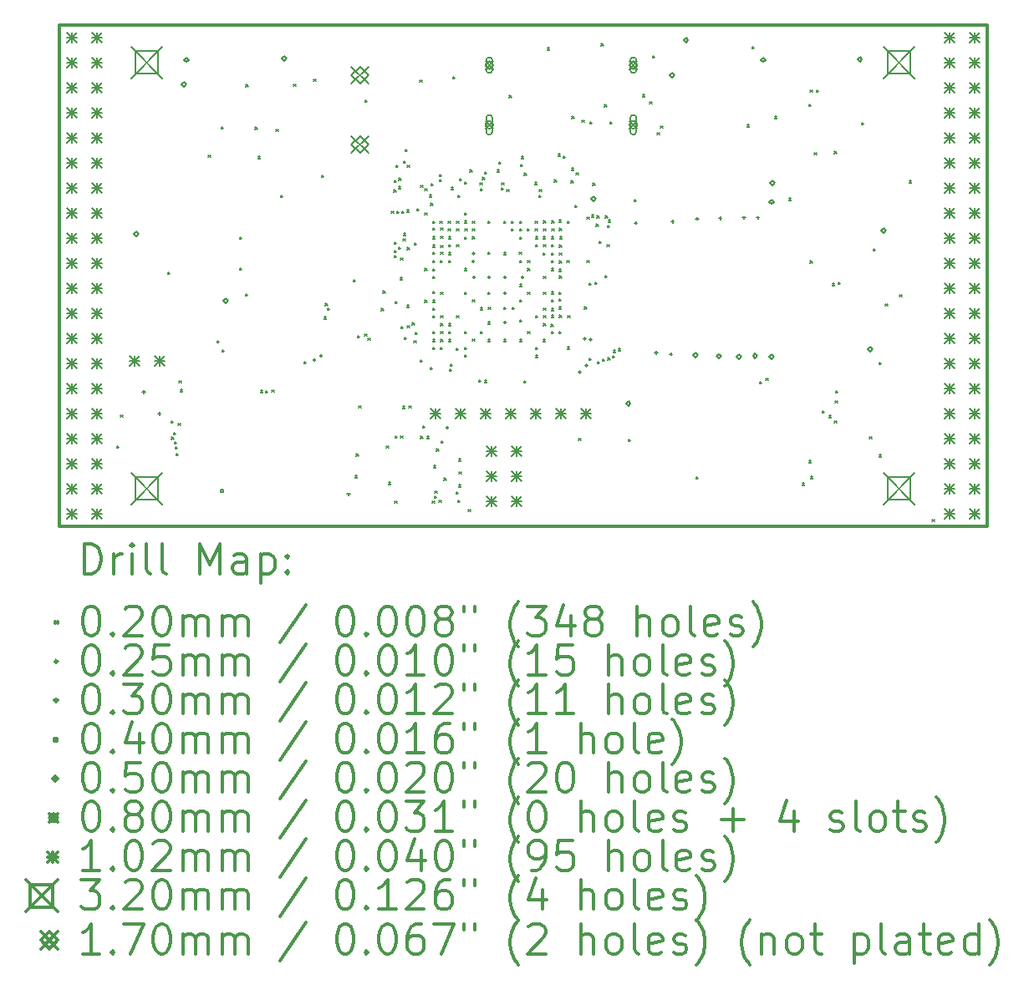
<source format=gbr>
%FSLAX45Y45*%
G04 Gerber Fmt 4.5, Leading zero omitted, Abs format (unit mm)*
G04 Created by KiCad (PCBNEW 4.0.7+dfsg1-1) date Sun Jan  7 12:00:13 2018*
%MOMM*%
%LPD*%
G01*
G04 APERTURE LIST*
%ADD10C,0.127000*%
%ADD11C,0.300000*%
%ADD12C,0.200000*%
G04 APERTURE END LIST*
D10*
D11*
X9410000Y-6142000D02*
X9410000Y-11222000D01*
X18808000Y-6142000D02*
X9410000Y-6142000D01*
X18808000Y-11222000D02*
X18808000Y-6142000D01*
X9410000Y-11222000D02*
X18808000Y-11222000D01*
D12*
X9998000Y-10410000D02*
X10018000Y-10430000D01*
X10018000Y-10410000D02*
X9998000Y-10430000D01*
X10035000Y-10094400D02*
X10055000Y-10114400D01*
X10055000Y-10094400D02*
X10035000Y-10114400D01*
X10514501Y-8649556D02*
X10534501Y-8669556D01*
X10534501Y-8649556D02*
X10514501Y-8669556D01*
X10547276Y-10156132D02*
X10567276Y-10176132D01*
X10567276Y-10156132D02*
X10547276Y-10176132D01*
X10552725Y-10321224D02*
X10572725Y-10341224D01*
X10572725Y-10321224D02*
X10552725Y-10341224D01*
X10571376Y-10271934D02*
X10591376Y-10291934D01*
X10591376Y-10271934D02*
X10571376Y-10291934D01*
X10579560Y-10366582D02*
X10599560Y-10386582D01*
X10599560Y-10366582D02*
X10579560Y-10386582D01*
X10589272Y-10418380D02*
X10609272Y-10438380D01*
X10609272Y-10418380D02*
X10589272Y-10438380D01*
X10598875Y-10487404D02*
X10618875Y-10507404D01*
X10618875Y-10487404D02*
X10598875Y-10507404D01*
X10617613Y-10179347D02*
X10637613Y-10199347D01*
X10637613Y-10179347D02*
X10617613Y-10199347D01*
X10626851Y-9749810D02*
X10646851Y-9769810D01*
X10646851Y-9749810D02*
X10626851Y-9769810D01*
X10637720Y-9838777D02*
X10657720Y-9858777D01*
X10657720Y-9838777D02*
X10637720Y-9858777D01*
X10922380Y-7460622D02*
X10942380Y-7480622D01*
X10942380Y-7460622D02*
X10922380Y-7480622D01*
X11014904Y-9343377D02*
X11034904Y-9363377D01*
X11034904Y-9343377D02*
X11014904Y-9363377D01*
X11053250Y-7177763D02*
X11073250Y-7197763D01*
X11073250Y-7177763D02*
X11053250Y-7197763D01*
X11061873Y-9435178D02*
X11081873Y-9455178D01*
X11081873Y-9435178D02*
X11061873Y-9455178D01*
X11241500Y-8291000D02*
X11261500Y-8311000D01*
X11261500Y-8291000D02*
X11241500Y-8311000D01*
X11241500Y-8608500D02*
X11261500Y-8628500D01*
X11261500Y-8608500D02*
X11241500Y-8628500D01*
X11298000Y-8870000D02*
X11318000Y-8890000D01*
X11318000Y-8870000D02*
X11298000Y-8890000D01*
X11305725Y-6746706D02*
X11325725Y-6766706D01*
X11325725Y-6746706D02*
X11305725Y-6766706D01*
X11397580Y-7180391D02*
X11417580Y-7200391D01*
X11417580Y-7180391D02*
X11397580Y-7200391D01*
X11427151Y-7475952D02*
X11447151Y-7495952D01*
X11447151Y-7475952D02*
X11427151Y-7495952D01*
X11450432Y-9847368D02*
X11470432Y-9867368D01*
X11470432Y-9847368D02*
X11450432Y-9867368D01*
X11506503Y-9849805D02*
X11526503Y-9869805D01*
X11526503Y-9849805D02*
X11506503Y-9869805D01*
X11565982Y-9840204D02*
X11585982Y-9860204D01*
X11585982Y-9840204D02*
X11565982Y-9860204D01*
X11609800Y-7198800D02*
X11629800Y-7218800D01*
X11629800Y-7198800D02*
X11609800Y-7218800D01*
X11655434Y-7867799D02*
X11675434Y-7887799D01*
X11675434Y-7867799D02*
X11655434Y-7887799D01*
X11787600Y-6741600D02*
X11807600Y-6761600D01*
X11807600Y-6741600D02*
X11787600Y-6761600D01*
X11890851Y-9556294D02*
X11910851Y-9576294D01*
X11910851Y-9556294D02*
X11890851Y-9576294D01*
X11990800Y-6690800D02*
X12010800Y-6710800D01*
X12010800Y-6690800D02*
X11990800Y-6710800D01*
X12073455Y-7667909D02*
X12093455Y-7687909D01*
X12093455Y-7667909D02*
X12073455Y-7687909D01*
X12094120Y-9102507D02*
X12114120Y-9122507D01*
X12114120Y-9102507D02*
X12094120Y-9122507D01*
X12110622Y-8966255D02*
X12130622Y-8986255D01*
X12130622Y-8966255D02*
X12110622Y-8986255D01*
X12130195Y-9015187D02*
X12150195Y-9035187D01*
X12150195Y-9015187D02*
X12130195Y-9035187D01*
X12392771Y-8724771D02*
X12412771Y-8744771D01*
X12412771Y-8724771D02*
X12392771Y-8744771D01*
X12392771Y-8724771D02*
X12412771Y-8744771D01*
X12412771Y-8724771D02*
X12392771Y-8744771D01*
X12410242Y-10710764D02*
X12430242Y-10730764D01*
X12430242Y-10710764D02*
X12410242Y-10730764D01*
X12422216Y-10490236D02*
X12442216Y-10510236D01*
X12442216Y-10490236D02*
X12422216Y-10510236D01*
X12435300Y-9294300D02*
X12455300Y-9314300D01*
X12455300Y-9294300D02*
X12435300Y-9314300D01*
X12448000Y-10005500D02*
X12468000Y-10025500D01*
X12468000Y-10005500D02*
X12448000Y-10025500D01*
X12506739Y-9274152D02*
X12526739Y-9294152D01*
X12526739Y-9274152D02*
X12506739Y-9294152D01*
X12509354Y-6905685D02*
X12529354Y-6925685D01*
X12529354Y-6905685D02*
X12509354Y-6925685D01*
X12539954Y-9315068D02*
X12559954Y-9335068D01*
X12559954Y-9315068D02*
X12539954Y-9335068D01*
X12678001Y-9017611D02*
X12698001Y-9037611D01*
X12698001Y-9017611D02*
X12678001Y-9037611D01*
X12694005Y-8838107D02*
X12714005Y-8858107D01*
X12714005Y-8838107D02*
X12694005Y-8858107D01*
X12728568Y-10410367D02*
X12748568Y-10430367D01*
X12748568Y-10410367D02*
X12728568Y-10430367D01*
X12748660Y-10777504D02*
X12768660Y-10797504D01*
X12768660Y-10777504D02*
X12748660Y-10797504D01*
X12778962Y-8030743D02*
X12798962Y-8050743D01*
X12798962Y-8030743D02*
X12778962Y-8050743D01*
X12802557Y-7813365D02*
X12822557Y-7833365D01*
X12822557Y-7813365D02*
X12802557Y-7833365D01*
X12805201Y-7715784D02*
X12825201Y-7735784D01*
X12825201Y-7715784D02*
X12805201Y-7735784D01*
X12806546Y-8342876D02*
X12826546Y-8362876D01*
X12826546Y-8342876D02*
X12806546Y-8362876D01*
X12808331Y-8428074D02*
X12828331Y-8448074D01*
X12828331Y-8428074D02*
X12808331Y-8448074D01*
X12810326Y-8480738D02*
X12830326Y-8500738D01*
X12830326Y-8480738D02*
X12810326Y-8500738D01*
X12811634Y-10966034D02*
X12831634Y-10986034D01*
X12831634Y-10966034D02*
X12811634Y-10986034D01*
X12815144Y-8946421D02*
X12835144Y-8966421D01*
X12835144Y-8946421D02*
X12815144Y-8966421D01*
X12818000Y-10310000D02*
X12838000Y-10330000D01*
X12838000Y-10310000D02*
X12818000Y-10330000D01*
X12823318Y-7566981D02*
X12843318Y-7586981D01*
X12843318Y-7566981D02*
X12823318Y-7586981D01*
X12831658Y-8029985D02*
X12851658Y-8049985D01*
X12851658Y-8029985D02*
X12831658Y-8049985D01*
X12849054Y-7779404D02*
X12869054Y-7799404D01*
X12869054Y-7779404D02*
X12849054Y-7799404D01*
X12851077Y-8397249D02*
X12871077Y-8417249D01*
X12871077Y-8397249D02*
X12851077Y-8417249D01*
X12854493Y-7695003D02*
X12874493Y-7715003D01*
X12874493Y-7695003D02*
X12854493Y-7715003D01*
X12867665Y-8703514D02*
X12887665Y-8723514D01*
X12887665Y-8703514D02*
X12867665Y-8723514D01*
X12870682Y-10308590D02*
X12890682Y-10328590D01*
X12890682Y-10308590D02*
X12870682Y-10328590D01*
X12872311Y-8505356D02*
X12892311Y-8525356D01*
X12892311Y-8505356D02*
X12872311Y-8525356D01*
X12877965Y-9201104D02*
X12897965Y-9221104D01*
X12897965Y-9201104D02*
X12877965Y-9221104D01*
X12884359Y-8029973D02*
X12904359Y-8049973D01*
X12904359Y-8029973D02*
X12884359Y-8049973D01*
X12890520Y-10007480D02*
X12910520Y-10027480D01*
X12910520Y-10007480D02*
X12890520Y-10027480D01*
X12895438Y-8307924D02*
X12915438Y-8327924D01*
X12915438Y-8307924D02*
X12895438Y-8327924D01*
X12900909Y-8255507D02*
X12920909Y-8275507D01*
X12920909Y-8255507D02*
X12900909Y-8275507D01*
X12902508Y-7521580D02*
X12922508Y-7541580D01*
X12922508Y-7521580D02*
X12902508Y-7541580D01*
X12909665Y-9310913D02*
X12929665Y-9330913D01*
X12929665Y-9310913D02*
X12909665Y-9330913D01*
X12915222Y-7404246D02*
X12935222Y-7424246D01*
X12935222Y-7404246D02*
X12915222Y-7424246D01*
X12934924Y-8982695D02*
X12954924Y-9002695D01*
X12954924Y-8982695D02*
X12934924Y-9002695D01*
X12935799Y-8018511D02*
X12955799Y-8038511D01*
X12955799Y-8018511D02*
X12935799Y-8038511D01*
X12937785Y-9190082D02*
X12957785Y-9210082D01*
X12957785Y-9190082D02*
X12937785Y-9210082D01*
X12938767Y-8397993D02*
X12958767Y-8417993D01*
X12958767Y-8397993D02*
X12938767Y-8417993D01*
X12939334Y-7563781D02*
X12959334Y-7583781D01*
X12959334Y-7563781D02*
X12939334Y-7583781D01*
X12956000Y-10005500D02*
X12976000Y-10025500D01*
X12976000Y-10005500D02*
X12956000Y-10025500D01*
X12988816Y-9162200D02*
X13008816Y-9182200D01*
X13008816Y-9162200D02*
X12988816Y-9182200D01*
X13007140Y-9344434D02*
X13027140Y-9364434D01*
X13027140Y-9344434D02*
X13007140Y-9364434D01*
X13010463Y-8349948D02*
X13030463Y-8369948D01*
X13030463Y-8349948D02*
X13010463Y-8369948D01*
X13020226Y-9260033D02*
X13040226Y-9280033D01*
X13040226Y-9260033D02*
X13020226Y-9280033D01*
X13038990Y-8006723D02*
X13058990Y-8026723D01*
X13058990Y-8006723D02*
X13038990Y-8026723D01*
X13066199Y-6701962D02*
X13086199Y-6721962D01*
X13086199Y-6701962D02*
X13066199Y-6721962D01*
X13070707Y-9535414D02*
X13090707Y-9555414D01*
X13090707Y-9535414D02*
X13070707Y-9555414D01*
X13073949Y-10310829D02*
X13093949Y-10330829D01*
X13093949Y-10310829D02*
X13073949Y-10330829D01*
X13075683Y-7768682D02*
X13095683Y-7788682D01*
X13095683Y-7768682D02*
X13075683Y-7788682D01*
X13093907Y-10208700D02*
X13113907Y-10228700D01*
X13113907Y-10208700D02*
X13093907Y-10228700D01*
X13115313Y-7803422D02*
X13135313Y-7823422D01*
X13135313Y-7803422D02*
X13115313Y-7823422D01*
X13117530Y-8049575D02*
X13137530Y-8069575D01*
X13137530Y-8049575D02*
X13117530Y-8069575D01*
X13117831Y-8611310D02*
X13137831Y-8631310D01*
X13137831Y-8611310D02*
X13117831Y-8631310D01*
X13117950Y-8930733D02*
X13137950Y-8950733D01*
X13137950Y-8930733D02*
X13117950Y-8950733D01*
X13135385Y-10310829D02*
X13155385Y-10330829D01*
X13155385Y-10310829D02*
X13135385Y-10330829D01*
X13160933Y-7864587D02*
X13180933Y-7884587D01*
X13180933Y-7864587D02*
X13160933Y-7884587D01*
X13170890Y-9612737D02*
X13190890Y-9632737D01*
X13190890Y-9612737D02*
X13170890Y-9632737D01*
X13174731Y-7948989D02*
X13194731Y-7968989D01*
X13194731Y-7948989D02*
X13174731Y-7968989D01*
X13182329Y-7748485D02*
X13202329Y-7768485D01*
X13202329Y-7748485D02*
X13182329Y-7768485D01*
X13192441Y-10966678D02*
X13212441Y-10986678D01*
X13212441Y-10966678D02*
X13192441Y-10986678D01*
X13196210Y-8443398D02*
X13216210Y-8463398D01*
X13216210Y-8443398D02*
X13196210Y-8463398D01*
X13197298Y-8527799D02*
X13217298Y-8547799D01*
X13217298Y-8527799D02*
X13197298Y-8547799D01*
X13197562Y-8931064D02*
X13217562Y-8951064D01*
X13217562Y-8931064D02*
X13197562Y-8951064D01*
X13197765Y-9087799D02*
X13217765Y-9107799D01*
X13217765Y-9087799D02*
X13197765Y-9107799D01*
X13197902Y-8288404D02*
X13217902Y-8308404D01*
X13217902Y-8288404D02*
X13197902Y-8308404D01*
X13198000Y-8130000D02*
X13218000Y-8150000D01*
X13218000Y-8130000D02*
X13198000Y-8150000D01*
X13198000Y-8690000D02*
X13218000Y-8710000D01*
X13218000Y-8690000D02*
X13198000Y-8710000D01*
X13198000Y-9250000D02*
X13218000Y-9270000D01*
X13218000Y-9250000D02*
X13198000Y-9270000D01*
X13198000Y-9330000D02*
X13218000Y-9350000D01*
X13218000Y-9330000D02*
X13198000Y-9350000D01*
X13198000Y-9410000D02*
X13218000Y-9430000D01*
X13218000Y-9410000D02*
X13198000Y-9430000D01*
X13198001Y-8200333D02*
X13218001Y-8220333D01*
X13218001Y-8200333D02*
X13198001Y-8220333D01*
X13198296Y-9011078D02*
X13218296Y-9031078D01*
X13218296Y-9011078D02*
X13198296Y-9031078D01*
X13198303Y-8616041D02*
X13218303Y-8636041D01*
X13218303Y-8616041D02*
X13198303Y-8636041D01*
X13198368Y-8372806D02*
X13218368Y-8392806D01*
X13218368Y-8372806D02*
X13198368Y-8392806D01*
X13198405Y-8845827D02*
X13218405Y-8865827D01*
X13218405Y-8845827D02*
X13198405Y-8865827D01*
X13206286Y-10608587D02*
X13226286Y-10628587D01*
X13226286Y-10608587D02*
X13206286Y-10628587D01*
X13211973Y-10917729D02*
X13231973Y-10937729D01*
X13231973Y-10917729D02*
X13211973Y-10937729D01*
X13218587Y-10865445D02*
X13238587Y-10885445D01*
X13238587Y-10865445D02*
X13218587Y-10885445D01*
X13236800Y-10440341D02*
X13256800Y-10460341D01*
X13256800Y-10440341D02*
X13236800Y-10460341D01*
X13260800Y-10958000D02*
X13280800Y-10978000D01*
X13280800Y-10958000D02*
X13260800Y-10978000D01*
X13263724Y-7657621D02*
X13283724Y-7677621D01*
X13283724Y-7657621D02*
X13263724Y-7677621D01*
X13266117Y-7710267D02*
X13286117Y-7730267D01*
X13286117Y-7710267D02*
X13266117Y-7730267D01*
X13268334Y-8130000D02*
X13288334Y-8150000D01*
X13288334Y-8130000D02*
X13268334Y-8150000D01*
X13273464Y-8527799D02*
X13293464Y-8547799D01*
X13293464Y-8527799D02*
X13273464Y-8547799D01*
X13274623Y-9409707D02*
X13294623Y-9429707D01*
X13294623Y-9409707D02*
X13274623Y-9429707D01*
X13276300Y-8202454D02*
X13296300Y-8222454D01*
X13296300Y-8202454D02*
X13276300Y-8222454D01*
X13277177Y-8443398D02*
X13297177Y-8463398D01*
X13297177Y-8443398D02*
X13277177Y-8463398D01*
X13277261Y-8286855D02*
X13297261Y-8306855D01*
X13297261Y-8286855D02*
X13277261Y-8306855D01*
X13278000Y-8850000D02*
X13298000Y-8870000D01*
X13298000Y-8850000D02*
X13278000Y-8870000D01*
X13278000Y-9090000D02*
X13298000Y-9110000D01*
X13298000Y-9090000D02*
X13278000Y-9110000D01*
X13278000Y-9170000D02*
X13298000Y-9190000D01*
X13298000Y-9170000D02*
X13278000Y-9190000D01*
X13278000Y-9250000D02*
X13298000Y-9270000D01*
X13298000Y-9250000D02*
X13278000Y-9270000D01*
X13278000Y-9330000D02*
X13298000Y-9350000D01*
X13298000Y-9330000D02*
X13278000Y-9350000D01*
X13278089Y-8379783D02*
X13298089Y-8399784D01*
X13298089Y-8379783D02*
X13278089Y-8399784D01*
X13283696Y-10361100D02*
X13303696Y-10381100D01*
X13303696Y-10361100D02*
X13283696Y-10381100D01*
X13311600Y-10736500D02*
X13331600Y-10756500D01*
X13331600Y-10736500D02*
X13311600Y-10756500D01*
X13352736Y-8131468D02*
X13372736Y-8151468D01*
X13372736Y-8131468D02*
X13352736Y-8151468D01*
X13354839Y-8209060D02*
X13374839Y-8229060D01*
X13374839Y-8209060D02*
X13354839Y-8229060D01*
X13357194Y-8449520D02*
X13377194Y-8469520D01*
X13377194Y-8449520D02*
X13357194Y-8469520D01*
X13358000Y-8290000D02*
X13378000Y-8310000D01*
X13378000Y-8290000D02*
X13358000Y-8310000D01*
X13358000Y-8370000D02*
X13378000Y-8390000D01*
X13378000Y-8370000D02*
X13358000Y-8390000D01*
X13358000Y-8530000D02*
X13378000Y-8550000D01*
X13378000Y-8530000D02*
X13358000Y-8550000D01*
X13358000Y-9170000D02*
X13378000Y-9190000D01*
X13378000Y-9170000D02*
X13358000Y-9190000D01*
X13358000Y-9250000D02*
X13378000Y-9270000D01*
X13378000Y-9250000D02*
X13358000Y-9270000D01*
X13358548Y-9330230D02*
X13378548Y-9350230D01*
X13378548Y-9330230D02*
X13358548Y-9350230D01*
X13366285Y-9629515D02*
X13386285Y-9649515D01*
X13386285Y-9629515D02*
X13366285Y-9649515D01*
X13375239Y-9577580D02*
X13395239Y-9597580D01*
X13395239Y-9577580D02*
X13375239Y-9597580D01*
X13384238Y-7788077D02*
X13404238Y-7808077D01*
X13404238Y-7788077D02*
X13384238Y-7808077D01*
X13397916Y-6668615D02*
X13417916Y-6688615D01*
X13417916Y-6668615D02*
X13397916Y-6688615D01*
X13435582Y-9416717D02*
X13455582Y-9436717D01*
X13455582Y-9416717D02*
X13435582Y-9436717D01*
X13436400Y-10874197D02*
X13456400Y-10894197D01*
X13456400Y-10874197D02*
X13436400Y-10894197D01*
X13437137Y-8130675D02*
X13457137Y-8150675D01*
X13457137Y-8130675D02*
X13437137Y-8150675D01*
X13437651Y-8208015D02*
X13457651Y-8228015D01*
X13457651Y-8208015D02*
X13437651Y-8228015D01*
X13438000Y-8370000D02*
X13458000Y-8390000D01*
X13458000Y-8370000D02*
X13438000Y-8390000D01*
X13438000Y-9090000D02*
X13458000Y-9110000D01*
X13458000Y-9090000D02*
X13438000Y-9110000D01*
X13451300Y-7871900D02*
X13471300Y-7891900D01*
X13471300Y-7871900D02*
X13451300Y-7891900D01*
X13453687Y-10961995D02*
X13473687Y-10981995D01*
X13473687Y-10961995D02*
X13453687Y-10981995D01*
X13457587Y-10803159D02*
X13477587Y-10823159D01*
X13477587Y-10803159D02*
X13457587Y-10823159D01*
X13460735Y-10540845D02*
X13480735Y-10560845D01*
X13480735Y-10540845D02*
X13460735Y-10560845D01*
X13465065Y-10671051D02*
X13485065Y-10691051D01*
X13485065Y-10671051D02*
X13465065Y-10691051D01*
X13465805Y-7703014D02*
X13485805Y-7723014D01*
X13485805Y-7703014D02*
X13465805Y-7723014D01*
X13517331Y-8851860D02*
X13537331Y-8871860D01*
X13537331Y-8851860D02*
X13517331Y-8871860D01*
X13518000Y-8292201D02*
X13538000Y-8312201D01*
X13538000Y-8292201D02*
X13518000Y-8312201D01*
X13518000Y-8610000D02*
X13538000Y-8630000D01*
X13538000Y-8610000D02*
X13518000Y-8630000D01*
X13518000Y-9250000D02*
X13538000Y-9270000D01*
X13538000Y-9250000D02*
X13518000Y-9270000D01*
X13518006Y-7736330D02*
X13538006Y-7756330D01*
X13538006Y-7736330D02*
X13518006Y-7756330D01*
X13518128Y-8048312D02*
X13538128Y-8068312D01*
X13538128Y-8048312D02*
X13518128Y-8068312D01*
X13518463Y-9488530D02*
X13538463Y-9508530D01*
X13538463Y-9488530D02*
X13518463Y-9508530D01*
X13518862Y-9412562D02*
X13538862Y-9432562D01*
X13538862Y-9412562D02*
X13518862Y-9432562D01*
X13521538Y-8129192D02*
X13541538Y-8149192D01*
X13541538Y-8129192D02*
X13521538Y-8149192D01*
X13522052Y-8209644D02*
X13542052Y-8229644D01*
X13542052Y-8209644D02*
X13522052Y-8229644D01*
X13555656Y-11051071D02*
X13575656Y-11071071D01*
X13575656Y-11051071D02*
X13555656Y-11071071D01*
X13573070Y-7610061D02*
X13593070Y-7630061D01*
X13593070Y-7610061D02*
X13573070Y-7630061D01*
X13598000Y-8210000D02*
X13618000Y-8230000D01*
X13618000Y-8210000D02*
X13598000Y-8230000D01*
X13598000Y-8290000D02*
X13618000Y-8310000D01*
X13618000Y-8290000D02*
X13598000Y-8310000D01*
X13598517Y-8929483D02*
X13618517Y-8949483D01*
X13618517Y-8929483D02*
X13598517Y-8949483D01*
X13599596Y-9326965D02*
X13619596Y-9346965D01*
X13619596Y-9326965D02*
X13599596Y-9346965D01*
X13599639Y-8129507D02*
X13619639Y-8149507D01*
X13619639Y-8129507D02*
X13599639Y-8149507D01*
X13664090Y-9741450D02*
X13684090Y-9761450D01*
X13684090Y-9741450D02*
X13664090Y-9761450D01*
X13675954Y-7745082D02*
X13695954Y-7765082D01*
X13695954Y-7745082D02*
X13675954Y-7765082D01*
X13678000Y-9250000D02*
X13698000Y-9270000D01*
X13698000Y-9250000D02*
X13678000Y-9270000D01*
X13678517Y-9009483D02*
X13698517Y-9029483D01*
X13698517Y-9009483D02*
X13678517Y-9029483D01*
X13682206Y-7799789D02*
X13702206Y-7819789D01*
X13702206Y-7799789D02*
X13682206Y-7819789D01*
X13700695Y-7687992D02*
X13720695Y-7707992D01*
X13720695Y-7687992D02*
X13700695Y-7707992D01*
X13719559Y-9743802D02*
X13739559Y-9763802D01*
X13739559Y-9743802D02*
X13719559Y-9763802D01*
X13720873Y-7631502D02*
X13740873Y-7651502D01*
X13740873Y-7631502D02*
X13720873Y-7651502D01*
X13755905Y-9153803D02*
X13775905Y-9173803D01*
X13775905Y-9153803D02*
X13755905Y-9173803D01*
X13758000Y-8130000D02*
X13778000Y-8150000D01*
X13778000Y-8130000D02*
X13758000Y-8150000D01*
X13758000Y-8850000D02*
X13778000Y-8870000D01*
X13778000Y-8850000D02*
X13758000Y-8870000D01*
X13758000Y-9330000D02*
X13778000Y-9350000D01*
X13778000Y-9330000D02*
X13758000Y-9350000D01*
X13758056Y-8443409D02*
X13778056Y-8463409D01*
X13778056Y-8443409D02*
X13758056Y-8463409D01*
X13758900Y-9002299D02*
X13778900Y-9022299D01*
X13778900Y-9002299D02*
X13758900Y-9022299D01*
X13848000Y-7610000D02*
X13868000Y-7630000D01*
X13868000Y-7610000D02*
X13848000Y-7630000D01*
X13867920Y-7530076D02*
X13887920Y-7550076D01*
X13887920Y-7530076D02*
X13867920Y-7550076D01*
X13893411Y-7794095D02*
X13913411Y-7814095D01*
X13913411Y-7794095D02*
X13893411Y-7814095D01*
X13894675Y-7741409D02*
X13914675Y-7761409D01*
X13914675Y-7741409D02*
X13894675Y-7761409D01*
X13917252Y-8451135D02*
X13937252Y-8471135D01*
X13937252Y-8451135D02*
X13917252Y-8471135D01*
X13918000Y-8130000D02*
X13938000Y-8150000D01*
X13938000Y-8130000D02*
X13918000Y-8150000D01*
X13918000Y-9002299D02*
X13938000Y-9022299D01*
X13938000Y-9002299D02*
X13918000Y-9022299D01*
X13918000Y-9330000D02*
X13938000Y-9350000D01*
X13938000Y-9330000D02*
X13918000Y-9350000D01*
X13947862Y-7810586D02*
X13967862Y-7830586D01*
X13967862Y-7810586D02*
X13947862Y-7830586D01*
X13972000Y-6856567D02*
X13992000Y-6876567D01*
X13992000Y-6856567D02*
X13972000Y-6876567D01*
X13993095Y-8210000D02*
X14013095Y-8230000D01*
X14013095Y-8210000D02*
X13993095Y-8230000D01*
X13993599Y-8130000D02*
X14013599Y-8150000D01*
X14013599Y-8130000D02*
X13993599Y-8150000D01*
X13999489Y-9002299D02*
X14019489Y-9022299D01*
X14019489Y-9002299D02*
X13999489Y-9022299D01*
X14073600Y-8443400D02*
X14093600Y-8463400D01*
X14093600Y-8443400D02*
X14073600Y-8463400D01*
X14076403Y-8294140D02*
X14096403Y-8314140D01*
X14096403Y-8294140D02*
X14076403Y-8314140D01*
X14077419Y-9133335D02*
X14097419Y-9153335D01*
X14097419Y-9133335D02*
X14077419Y-9153335D01*
X14077497Y-8207716D02*
X14097497Y-8227716D01*
X14097497Y-8207716D02*
X14077497Y-8227716D01*
X14078000Y-8130000D02*
X14098000Y-8150000D01*
X14098000Y-8130000D02*
X14078000Y-8150000D01*
X14078000Y-8530000D02*
X14098000Y-8550000D01*
X14098000Y-8530000D02*
X14078000Y-8550000D01*
X14078000Y-8770000D02*
X14098000Y-8790000D01*
X14098000Y-8770000D02*
X14078000Y-8790000D01*
X14078000Y-8930000D02*
X14098000Y-8950000D01*
X14098000Y-8930000D02*
X14078000Y-8950000D01*
X14078000Y-9330000D02*
X14098000Y-9350000D01*
X14098000Y-9330000D02*
X14078000Y-9350000D01*
X14088006Y-7558194D02*
X14108006Y-7578194D01*
X14108006Y-7558194D02*
X14088006Y-7578194D01*
X14094664Y-7477380D02*
X14114664Y-7497380D01*
X14114664Y-7477380D02*
X14094664Y-7497380D01*
X14118000Y-9750000D02*
X14138000Y-9770000D01*
X14138000Y-9750000D02*
X14118000Y-9770000D01*
X14124297Y-7645500D02*
X14144297Y-7665500D01*
X14144297Y-7645500D02*
X14124297Y-7665500D01*
X14156269Y-8210778D02*
X14176269Y-8230778D01*
X14176269Y-8210778D02*
X14156269Y-8230778D01*
X14158000Y-8530000D02*
X14178000Y-8550000D01*
X14178000Y-8530000D02*
X14158000Y-8550000D01*
X14158000Y-8610000D02*
X14178000Y-8630000D01*
X14178000Y-8610000D02*
X14158000Y-8630000D01*
X14158000Y-8850000D02*
X14178000Y-8870000D01*
X14178000Y-8850000D02*
X14158000Y-8870000D01*
X14158000Y-9250000D02*
X14178000Y-9270000D01*
X14178000Y-9250000D02*
X14158000Y-9270000D01*
X14227745Y-7739745D02*
X14247745Y-7759745D01*
X14247745Y-7739745D02*
X14227745Y-7759745D01*
X14233746Y-8208147D02*
X14253746Y-8228147D01*
X14253746Y-8208147D02*
X14233746Y-8228147D01*
X14235691Y-8130580D02*
X14255691Y-8150580D01*
X14255691Y-8130580D02*
X14235691Y-8150580D01*
X14237355Y-8289891D02*
X14257355Y-8309891D01*
X14257355Y-8289891D02*
X14237355Y-8309891D01*
X14238000Y-8370000D02*
X14258000Y-8390000D01*
X14258000Y-8370000D02*
X14238000Y-8390000D01*
X14238000Y-9090000D02*
X14258000Y-9110000D01*
X14258000Y-9090000D02*
X14238000Y-9110000D01*
X14238000Y-9410000D02*
X14258000Y-9430000D01*
X14258000Y-9410000D02*
X14238000Y-9430000D01*
X14238000Y-9490000D02*
X14258000Y-9510000D01*
X14258000Y-9490000D02*
X14238000Y-9510000D01*
X14274121Y-7868425D02*
X14294121Y-7888425D01*
X14294121Y-7868425D02*
X14274121Y-7888425D01*
X14276427Y-7811737D02*
X14296427Y-7831737D01*
X14296427Y-7811737D02*
X14276427Y-7831737D01*
X14315799Y-8290000D02*
X14335799Y-8310000D01*
X14335799Y-8290000D02*
X14315799Y-8310000D01*
X14316000Y-8452000D02*
X14336000Y-8472000D01*
X14336000Y-8452000D02*
X14316000Y-8472000D01*
X14316969Y-9331491D02*
X14336969Y-9351491D01*
X14336969Y-9331491D02*
X14316969Y-9351491D01*
X14317803Y-8849503D02*
X14337803Y-8869503D01*
X14337803Y-8849503D02*
X14317803Y-8869503D01*
X14318000Y-8370000D02*
X14338000Y-8390000D01*
X14338000Y-8370000D02*
X14318000Y-8390000D01*
X14318000Y-8690000D02*
X14338000Y-8710000D01*
X14338000Y-8690000D02*
X14318000Y-8710000D01*
X14318000Y-9090000D02*
X14338000Y-9110000D01*
X14338000Y-9090000D02*
X14318000Y-9110000D01*
X14318000Y-9170000D02*
X14338000Y-9190000D01*
X14338000Y-9170000D02*
X14318000Y-9190000D01*
X14318147Y-8210607D02*
X14338147Y-8230607D01*
X14338147Y-8210607D02*
X14318147Y-8230607D01*
X14318182Y-9010195D02*
X14338182Y-9030195D01*
X14338182Y-9010195D02*
X14318182Y-9030195D01*
X14320092Y-8127729D02*
X14340092Y-8147729D01*
X14340092Y-8127729D02*
X14320092Y-8147729D01*
X14355067Y-6376252D02*
X14375067Y-6396252D01*
X14375067Y-6376252D02*
X14355067Y-6396252D01*
X14396483Y-9177765D02*
X14416483Y-9197765D01*
X14416483Y-9177765D02*
X14396483Y-9197765D01*
X14397624Y-8929530D02*
X14417624Y-8949530D01*
X14417624Y-8929530D02*
X14397624Y-8949530D01*
X14397701Y-9016697D02*
X14417701Y-9036697D01*
X14417701Y-9016697D02*
X14397701Y-9036697D01*
X14398000Y-8610000D02*
X14418000Y-8630000D01*
X14418000Y-8610000D02*
X14398000Y-8630000D01*
X14398000Y-9085650D02*
X14418000Y-9105650D01*
X14418000Y-9085650D02*
X14398000Y-9105650D01*
X14398283Y-8848451D02*
X14418283Y-8868451D01*
X14418283Y-8848451D02*
X14398283Y-8868451D01*
X14400201Y-8290000D02*
X14420201Y-8310000D01*
X14420201Y-8290000D02*
X14400201Y-8310000D01*
X14400201Y-8529722D02*
X14420201Y-8549722D01*
X14420201Y-8529722D02*
X14400201Y-8549722D01*
X14400319Y-8367799D02*
X14420319Y-8387799D01*
X14420319Y-8367799D02*
X14400319Y-8387799D01*
X14400350Y-8456040D02*
X14420350Y-8476040D01*
X14420350Y-8456040D02*
X14400350Y-8476040D01*
X14401325Y-9248876D02*
X14421325Y-9268876D01*
X14421325Y-9248876D02*
X14401325Y-9268876D01*
X14402549Y-8208647D02*
X14422549Y-8228647D01*
X14422549Y-8208647D02*
X14402549Y-8228647D01*
X14404493Y-8128708D02*
X14424493Y-8148708D01*
X14424493Y-8128708D02*
X14404493Y-8148708D01*
X14429487Y-7711993D02*
X14449487Y-7731993D01*
X14449487Y-7711993D02*
X14429487Y-7731993D01*
X14468000Y-7449038D02*
X14488000Y-7469038D01*
X14488000Y-7449038D02*
X14468000Y-7469038D01*
X14475581Y-8916848D02*
X14495581Y-8936848D01*
X14495581Y-8916848D02*
X14475581Y-8936848D01*
X14476724Y-9001248D02*
X14496724Y-9021248D01*
X14496724Y-9001248D02*
X14476724Y-9021248D01*
X14477515Y-8619275D02*
X14497515Y-8639275D01*
X14497515Y-8619275D02*
X14477515Y-8639275D01*
X14477765Y-8852201D02*
X14497765Y-8872201D01*
X14497765Y-8852201D02*
X14477765Y-8872201D01*
X14478001Y-8120333D02*
X14498001Y-8140333D01*
X14498001Y-8120333D02*
X14478001Y-8140333D01*
X14478235Y-9247799D02*
X14498235Y-9267799D01*
X14498235Y-9247799D02*
X14478235Y-9267799D01*
X14478812Y-8204734D02*
X14498812Y-8224734D01*
X14498812Y-8204734D02*
X14478812Y-8224734D01*
X14478935Y-8534874D02*
X14498935Y-8554874D01*
X14498935Y-8534874D02*
X14478935Y-8554874D01*
X14479432Y-8687756D02*
X14499432Y-8707756D01*
X14499432Y-8687756D02*
X14479432Y-8707756D01*
X14479670Y-8373537D02*
X14499670Y-8393537D01*
X14499670Y-8373537D02*
X14479670Y-8393537D01*
X14480294Y-9085650D02*
X14500294Y-9105650D01*
X14500294Y-9085650D02*
X14480294Y-9105650D01*
X14481241Y-8453582D02*
X14501241Y-8473582D01*
X14501241Y-8453582D02*
X14481241Y-8473582D01*
X14481689Y-8289136D02*
X14501689Y-8309136D01*
X14501689Y-8289136D02*
X14481689Y-8309136D01*
X14515569Y-7471722D02*
X14535569Y-7491722D01*
X14535569Y-7471722D02*
X14515569Y-7491722D01*
X14557281Y-8529606D02*
X14577281Y-8549606D01*
X14577281Y-8529606D02*
X14557281Y-8549606D01*
X14558000Y-8130512D02*
X14578000Y-8150512D01*
X14578000Y-8130512D02*
X14558000Y-8150512D01*
X14559124Y-9406675D02*
X14579124Y-9426675D01*
X14579124Y-9406675D02*
X14559124Y-9426675D01*
X14565987Y-9091018D02*
X14585987Y-9111018D01*
X14585987Y-9091018D02*
X14565987Y-9111018D01*
X14598908Y-7720057D02*
X14618908Y-7740057D01*
X14618908Y-7720057D02*
X14598908Y-7740057D01*
X14603080Y-7596013D02*
X14623080Y-7616013D01*
X14623080Y-7596013D02*
X14603080Y-7616013D01*
X14608000Y-7070000D02*
X14628000Y-7090000D01*
X14628000Y-7070000D02*
X14608000Y-7090000D01*
X14638141Y-7971938D02*
X14658141Y-7991938D01*
X14658141Y-7971938D02*
X14638141Y-7991938D01*
X14647773Y-7640082D02*
X14667773Y-7660082D01*
X14667773Y-7640082D02*
X14647773Y-7660082D01*
X14674429Y-10335274D02*
X14694429Y-10355274D01*
X14694429Y-10335274D02*
X14674429Y-10355274D01*
X14708600Y-7110000D02*
X14728600Y-7130000D01*
X14728600Y-7110000D02*
X14708600Y-7130000D01*
X14733095Y-9001248D02*
X14753095Y-9021248D01*
X14753095Y-9001248D02*
X14733095Y-9021248D01*
X14758739Y-8527409D02*
X14778739Y-8547409D01*
X14778739Y-8527409D02*
X14758739Y-8547409D01*
X14758831Y-8088311D02*
X14778831Y-8108311D01*
X14778831Y-8088311D02*
X14758831Y-8108311D01*
X14781079Y-8758342D02*
X14801079Y-8778342D01*
X14801079Y-8758342D02*
X14781079Y-8778342D01*
X14782793Y-9522924D02*
X14802793Y-9542924D01*
X14802793Y-9522924D02*
X14782793Y-9542924D01*
X14788315Y-7124708D02*
X14808315Y-7144708D01*
X14808315Y-7124708D02*
X14788315Y-7144708D01*
X14807525Y-8068155D02*
X14827525Y-8088155D01*
X14827525Y-8068155D02*
X14807525Y-8088155D01*
X14817193Y-7745807D02*
X14837193Y-7765807D01*
X14837193Y-7745807D02*
X14817193Y-7765807D01*
X14838354Y-8750817D02*
X14858354Y-8770817D01*
X14858354Y-8750817D02*
X14838354Y-8770817D01*
X14851066Y-8160586D02*
X14871066Y-8180586D01*
X14871066Y-8160586D02*
X14851066Y-8180586D01*
X14859611Y-8076185D02*
X14879611Y-8096185D01*
X14879611Y-8076185D02*
X14859611Y-8096185D01*
X14864798Y-9556963D02*
X14884798Y-9576963D01*
X14884798Y-9556963D02*
X14864798Y-9576963D01*
X14882151Y-8334201D02*
X14902151Y-8354201D01*
X14902151Y-8334201D02*
X14882151Y-8354201D01*
X14903412Y-6332405D02*
X14923412Y-6352405D01*
X14923412Y-6332405D02*
X14903412Y-6352405D01*
X14918439Y-9527799D02*
X14938439Y-9547799D01*
X14938439Y-9527799D02*
X14918439Y-9547799D01*
X14937595Y-6951968D02*
X14957595Y-6971968D01*
X14957595Y-6951968D02*
X14937595Y-6971968D01*
X14943392Y-8680994D02*
X14963392Y-8700994D01*
X14963392Y-8680994D02*
X14943392Y-8700994D01*
X14944975Y-8076843D02*
X14964975Y-8096843D01*
X14964975Y-8076843D02*
X14944975Y-8096843D01*
X14963249Y-8370769D02*
X14983249Y-8390769D01*
X14983249Y-8370769D02*
X14963249Y-8390769D01*
X14967169Y-8172566D02*
X14987169Y-8192566D01*
X14987169Y-8172566D02*
X14967169Y-8192566D01*
X14969589Y-9515108D02*
X14989589Y-9535108D01*
X14989589Y-9515108D02*
X14969589Y-9535108D01*
X14974647Y-8120398D02*
X14994647Y-8140398D01*
X14994647Y-8120398D02*
X14974647Y-8140398D01*
X14993085Y-7123185D02*
X15013085Y-7143185D01*
X15013085Y-7123185D02*
X14993085Y-7143185D01*
X15017890Y-9494025D02*
X15037890Y-9514025D01*
X15037890Y-9494025D02*
X15017890Y-9514025D01*
X15024597Y-9441753D02*
X15044597Y-9461753D01*
X15044597Y-9441753D02*
X15024597Y-9461753D01*
X15078921Y-9423257D02*
X15098921Y-9443257D01*
X15098921Y-9423257D02*
X15078921Y-9443257D01*
X15179638Y-10341072D02*
X15199638Y-10361072D01*
X15199638Y-10341072D02*
X15179638Y-10361072D01*
X15239707Y-7909347D02*
X15259707Y-7929347D01*
X15259707Y-7909347D02*
X15239707Y-7929347D01*
X15319711Y-6850829D02*
X15339711Y-6870829D01*
X15339711Y-6850829D02*
X15319711Y-6870829D01*
X15395230Y-6920230D02*
X15415230Y-6940230D01*
X15415230Y-6920230D02*
X15395230Y-6940230D01*
X15422933Y-6454377D02*
X15442933Y-6474377D01*
X15442933Y-6454377D02*
X15422933Y-6474377D01*
X15469400Y-7232600D02*
X15489400Y-7252600D01*
X15489400Y-7232600D02*
X15469400Y-7252600D01*
X15504936Y-7166453D02*
X15524936Y-7186453D01*
X15524936Y-7166453D02*
X15504936Y-7186453D01*
X15861665Y-10722518D02*
X15881665Y-10742518D01*
X15881665Y-10722518D02*
X15861665Y-10742518D01*
X16380885Y-7155186D02*
X16400885Y-7175186D01*
X16400885Y-7155186D02*
X16380885Y-7175186D01*
X16433388Y-6363745D02*
X16453388Y-6383745D01*
X16453388Y-6363745D02*
X16433388Y-6383745D01*
X16507059Y-9756632D02*
X16527059Y-9776632D01*
X16527059Y-9756632D02*
X16507059Y-9776632D01*
X16570337Y-9724488D02*
X16590337Y-9744488D01*
X16590337Y-9724488D02*
X16570337Y-9744488D01*
X16657891Y-7070355D02*
X16677891Y-7090355D01*
X16677891Y-7070355D02*
X16657891Y-7090355D01*
X16806644Y-7900804D02*
X16826644Y-7920804D01*
X16826644Y-7900804D02*
X16806644Y-7920804D01*
X16940659Y-10785373D02*
X16960659Y-10805373D01*
X16960659Y-10785373D02*
X16940659Y-10805373D01*
X17005773Y-10556635D02*
X17025773Y-10576635D01*
X17025773Y-10556635D02*
X17005773Y-10576635D01*
X17008296Y-6947101D02*
X17028296Y-6967101D01*
X17028296Y-6947101D02*
X17008296Y-6967101D01*
X17020000Y-6805100D02*
X17040000Y-6825100D01*
X17040000Y-6805100D02*
X17020000Y-6825100D01*
X17020954Y-8534153D02*
X17040954Y-8554153D01*
X17040954Y-8534153D02*
X17020954Y-8554153D01*
X17026290Y-10718620D02*
X17046290Y-10738620D01*
X17046290Y-10718620D02*
X17026290Y-10738620D01*
X17063590Y-7436498D02*
X17083590Y-7456498D01*
X17083590Y-7436498D02*
X17063590Y-7456498D01*
X17085000Y-6802556D02*
X17105000Y-6822556D01*
X17105000Y-6802556D02*
X17085000Y-6822556D01*
X17144030Y-10054574D02*
X17164030Y-10074574D01*
X17164030Y-10054574D02*
X17144030Y-10074574D01*
X17209336Y-10100566D02*
X17229336Y-10120566D01*
X17229336Y-10100566D02*
X17209336Y-10120566D01*
X17246454Y-8762201D02*
X17266454Y-8782201D01*
X17266454Y-8762201D02*
X17246454Y-8782201D01*
X17264664Y-7424799D02*
X17284664Y-7444799D01*
X17284664Y-7424799D02*
X17264664Y-7444799D01*
X17266127Y-10155168D02*
X17286127Y-10175168D01*
X17286127Y-10155168D02*
X17266127Y-10175168D01*
X17273463Y-9949992D02*
X17293463Y-9969992D01*
X17293463Y-9949992D02*
X17273463Y-9969992D01*
X17277992Y-9851865D02*
X17297992Y-9871865D01*
X17297992Y-9851865D02*
X17277992Y-9871865D01*
X17303795Y-8749428D02*
X17323795Y-8769428D01*
X17323795Y-8749428D02*
X17303795Y-8769428D01*
X17539563Y-7135743D02*
X17559563Y-7155743D01*
X17559563Y-7135743D02*
X17539563Y-7155743D01*
X17620559Y-10317981D02*
X17640559Y-10337981D01*
X17640559Y-10317981D02*
X17620559Y-10337981D01*
X17660000Y-8412000D02*
X17680000Y-8432000D01*
X17680000Y-8412000D02*
X17660000Y-8432000D01*
X17717400Y-10497912D02*
X17737400Y-10517912D01*
X17737400Y-10497912D02*
X17717400Y-10517912D01*
X17718500Y-9561000D02*
X17738500Y-9581000D01*
X17738500Y-9561000D02*
X17718500Y-9581000D01*
X17782698Y-8971206D02*
X17802698Y-8991206D01*
X17802698Y-8971206D02*
X17782698Y-8991206D01*
X17925151Y-8876833D02*
X17945151Y-8896833D01*
X17945151Y-8876833D02*
X17925151Y-8896833D01*
X18024078Y-7721693D02*
X18044078Y-7741693D01*
X18044078Y-7721693D02*
X18024078Y-7741693D01*
X18257515Y-11153763D02*
X18277515Y-11173763D01*
X18277515Y-11153763D02*
X18257515Y-11173763D01*
X12010516Y-9541295D02*
G75*
G03X12010516Y-9541295I-12700J0D01*
G01*
X12076103Y-9497760D02*
G75*
G03X12076103Y-9497760I-12700J0D01*
G01*
X13357629Y-10223262D02*
G75*
G03X13357629Y-10223262I-12700J0D01*
G01*
X13620700Y-8460000D02*
G75*
G03X13620700Y-8460000I-12700J0D01*
G01*
X13620700Y-8540000D02*
G75*
G03X13620700Y-8540000I-12700J0D01*
G01*
X13623799Y-8699540D02*
G75*
G03X13623799Y-8699540I-12700J0D01*
G01*
X13780700Y-8700000D02*
G75*
G03X13780700Y-8700000I-12700J0D01*
G01*
X13939164Y-9161521D02*
G75*
G03X13939164Y-9161521I-12700J0D01*
G01*
X13940700Y-8700000D02*
G75*
G03X13940700Y-8700000I-12700J0D01*
G01*
X13940700Y-8860000D02*
G75*
G03X13940700Y-8860000I-12700J0D01*
G01*
X14116986Y-8699500D02*
G75*
G03X14116986Y-8699500I-12700J0D01*
G01*
X14698950Y-9661750D02*
G75*
G03X14698950Y-9661750I-12700J0D01*
G01*
X14747089Y-9321713D02*
G75*
G03X14747089Y-9321713I-12700J0D01*
G01*
X14766147Y-9591326D02*
G75*
G03X14766147Y-9591326I-12700J0D01*
G01*
X14804230Y-9332231D02*
G75*
G03X14804230Y-9332231I-12700J0D01*
G01*
X10271005Y-9844495D02*
X10271005Y-9874495D01*
X10256005Y-9859495D02*
X10286005Y-9859495D01*
X10426000Y-10064000D02*
X10426000Y-10094000D01*
X10411000Y-10079000D02*
X10441000Y-10079000D01*
X12343700Y-10882200D02*
X12343700Y-10912200D01*
X12328700Y-10897200D02*
X12358700Y-10897200D01*
X15252594Y-8131387D02*
X15252594Y-8161387D01*
X15237594Y-8146387D02*
X15267594Y-8146387D01*
X15459390Y-9445795D02*
X15459390Y-9475795D01*
X15444390Y-9460795D02*
X15474390Y-9460795D01*
X15608824Y-9461298D02*
X15608824Y-9491298D01*
X15593824Y-9476298D02*
X15623824Y-9476298D01*
X15626277Y-8119937D02*
X15626277Y-8149937D01*
X15611277Y-8134937D02*
X15641277Y-8134937D01*
X15873113Y-8089893D02*
X15873113Y-8119893D01*
X15858113Y-8104893D02*
X15888113Y-8104893D01*
X16107576Y-8084202D02*
X16107576Y-8114202D01*
X16092576Y-8099202D02*
X16122576Y-8099202D01*
X16346298Y-8079243D02*
X16346298Y-8109243D01*
X16331298Y-8094243D02*
X16361298Y-8094243D01*
X16488287Y-8078899D02*
X16488287Y-8108899D01*
X16473287Y-8093899D02*
X16503287Y-8093899D01*
X11073534Y-10877788D02*
X11073534Y-10849504D01*
X11045249Y-10849504D01*
X11045249Y-10877788D01*
X11073534Y-10877788D01*
X10193207Y-8283505D02*
X10218207Y-8258505D01*
X10193207Y-8233505D01*
X10168207Y-8258505D01*
X10193207Y-8283505D01*
X10672042Y-6768630D02*
X10697042Y-6743630D01*
X10672042Y-6718630D01*
X10647042Y-6743630D01*
X10672042Y-6768630D01*
X10697481Y-6520397D02*
X10722481Y-6495397D01*
X10697481Y-6470397D01*
X10672481Y-6495397D01*
X10697481Y-6520397D01*
X11099100Y-8961000D02*
X11124100Y-8936000D01*
X11099100Y-8911000D01*
X11074100Y-8936000D01*
X11099100Y-8961000D01*
X11688050Y-6505294D02*
X11713050Y-6480294D01*
X11688050Y-6455294D01*
X11663050Y-6480294D01*
X11688050Y-6505294D01*
X14823746Y-7926909D02*
X14848746Y-7901909D01*
X14823746Y-7876909D01*
X14798746Y-7901909D01*
X14823746Y-7926909D01*
X15175800Y-10002400D02*
X15200800Y-9977400D01*
X15175800Y-9952400D01*
X15150800Y-9977400D01*
X15175800Y-10002400D01*
X15623558Y-6679836D02*
X15648558Y-6654836D01*
X15623558Y-6629836D01*
X15598558Y-6654836D01*
X15623558Y-6679836D01*
X15760000Y-6319400D02*
X15785000Y-6294400D01*
X15760000Y-6269400D01*
X15735000Y-6294400D01*
X15760000Y-6319400D01*
X15853999Y-9511877D02*
X15878999Y-9486877D01*
X15853999Y-9461877D01*
X15828999Y-9486877D01*
X15853999Y-9511877D01*
X16090540Y-9525644D02*
X16115540Y-9500644D01*
X16090540Y-9475644D01*
X16065540Y-9500644D01*
X16090540Y-9525644D01*
X16295610Y-9532849D02*
X16320610Y-9507849D01*
X16295610Y-9482849D01*
X16270610Y-9507849D01*
X16295610Y-9532849D01*
X16462573Y-9523247D02*
X16487573Y-9498247D01*
X16462573Y-9473247D01*
X16437573Y-9498247D01*
X16462573Y-9523247D01*
X16541725Y-6520467D02*
X16566725Y-6495467D01*
X16541725Y-6470467D01*
X16516725Y-6495467D01*
X16541725Y-6520467D01*
X16624896Y-7959841D02*
X16649896Y-7934841D01*
X16624896Y-7909841D01*
X16599896Y-7934841D01*
X16624896Y-7959841D01*
X16628469Y-9527515D02*
X16653469Y-9502515D01*
X16628469Y-9477515D01*
X16603469Y-9502515D01*
X16628469Y-9527515D01*
X16634336Y-7772799D02*
X16659336Y-7747799D01*
X16634336Y-7722799D01*
X16609336Y-7747799D01*
X16634336Y-7772799D01*
X17521033Y-6519894D02*
X17546033Y-6494894D01*
X17521033Y-6469894D01*
X17496033Y-6494894D01*
X17521033Y-6519894D01*
X17625494Y-9453846D02*
X17650494Y-9428846D01*
X17625494Y-9403846D01*
X17600494Y-9428846D01*
X17625494Y-9453846D01*
X17765844Y-8253135D02*
X17790844Y-8228135D01*
X17765844Y-8203135D01*
X17740844Y-8228135D01*
X17765844Y-8253135D01*
X13728000Y-6510000D02*
X13808000Y-6590000D01*
X13808000Y-6510000D02*
X13728000Y-6590000D01*
X13808000Y-6550000D02*
G75*
G03X13808000Y-6550000I-40000J0D01*
G01*
X13738000Y-6500000D02*
X13738000Y-6600000D01*
X13798000Y-6500000D02*
X13798000Y-6600000D01*
X13738000Y-6600000D02*
G75*
G03X13798000Y-6600000I30000J0D01*
G01*
X13798000Y-6500000D02*
G75*
G03X13738000Y-6500000I-30000J0D01*
G01*
X13728000Y-7115000D02*
X13808000Y-7195000D01*
X13808000Y-7115000D02*
X13728000Y-7195000D01*
X13808000Y-7155000D02*
G75*
G03X13808000Y-7155000I-40000J0D01*
G01*
X13738000Y-7085000D02*
X13738000Y-7225000D01*
X13798000Y-7085000D02*
X13798000Y-7225000D01*
X13738000Y-7225000D02*
G75*
G03X13798000Y-7225000I30000J0D01*
G01*
X13798000Y-7085000D02*
G75*
G03X13738000Y-7085000I-30000J0D01*
G01*
X15188000Y-6510000D02*
X15268000Y-6590000D01*
X15268000Y-6510000D02*
X15188000Y-6590000D01*
X15268000Y-6550000D02*
G75*
G03X15268000Y-6550000I-40000J0D01*
G01*
X15198000Y-6500000D02*
X15198000Y-6600000D01*
X15258000Y-6500000D02*
X15258000Y-6600000D01*
X15198000Y-6600000D02*
G75*
G03X15258000Y-6600000I30000J0D01*
G01*
X15258000Y-6500000D02*
G75*
G03X15198000Y-6500000I-30000J0D01*
G01*
X15188000Y-7115000D02*
X15268000Y-7195000D01*
X15268000Y-7115000D02*
X15188000Y-7195000D01*
X15268000Y-7155000D02*
G75*
G03X15268000Y-7155000I-40000J0D01*
G01*
X15198000Y-7085000D02*
X15198000Y-7225000D01*
X15258000Y-7085000D02*
X15258000Y-7225000D01*
X15198000Y-7225000D02*
G75*
G03X15258000Y-7225000I30000J0D01*
G01*
X15258000Y-7085000D02*
G75*
G03X15198000Y-7085000I-30000J0D01*
G01*
X9486200Y-6218200D02*
X9587800Y-6319800D01*
X9587800Y-6218200D02*
X9486200Y-6319800D01*
X9537000Y-6218200D02*
X9537000Y-6319800D01*
X9486200Y-6269000D02*
X9587800Y-6269000D01*
X9486200Y-6472200D02*
X9587800Y-6573800D01*
X9587800Y-6472200D02*
X9486200Y-6573800D01*
X9537000Y-6472200D02*
X9537000Y-6573800D01*
X9486200Y-6523000D02*
X9587800Y-6523000D01*
X9486200Y-6726200D02*
X9587800Y-6827800D01*
X9587800Y-6726200D02*
X9486200Y-6827800D01*
X9537000Y-6726200D02*
X9537000Y-6827800D01*
X9486200Y-6777000D02*
X9587800Y-6777000D01*
X9486200Y-6980200D02*
X9587800Y-7081800D01*
X9587800Y-6980200D02*
X9486200Y-7081800D01*
X9537000Y-6980200D02*
X9537000Y-7081800D01*
X9486200Y-7031000D02*
X9587800Y-7031000D01*
X9486200Y-7234200D02*
X9587800Y-7335800D01*
X9587800Y-7234200D02*
X9486200Y-7335800D01*
X9537000Y-7234200D02*
X9537000Y-7335800D01*
X9486200Y-7285000D02*
X9587800Y-7285000D01*
X9486200Y-7488200D02*
X9587800Y-7589800D01*
X9587800Y-7488200D02*
X9486200Y-7589800D01*
X9537000Y-7488200D02*
X9537000Y-7589800D01*
X9486200Y-7539000D02*
X9587800Y-7539000D01*
X9486200Y-7742200D02*
X9587800Y-7843800D01*
X9587800Y-7742200D02*
X9486200Y-7843800D01*
X9537000Y-7742200D02*
X9537000Y-7843800D01*
X9486200Y-7793000D02*
X9587800Y-7793000D01*
X9486200Y-7996200D02*
X9587800Y-8097800D01*
X9587800Y-7996200D02*
X9486200Y-8097800D01*
X9537000Y-7996200D02*
X9537000Y-8097800D01*
X9486200Y-8047000D02*
X9587800Y-8047000D01*
X9486200Y-8250200D02*
X9587800Y-8351800D01*
X9587800Y-8250200D02*
X9486200Y-8351800D01*
X9537000Y-8250200D02*
X9537000Y-8351800D01*
X9486200Y-8301000D02*
X9587800Y-8301000D01*
X9486200Y-8504200D02*
X9587800Y-8605800D01*
X9587800Y-8504200D02*
X9486200Y-8605800D01*
X9537000Y-8504200D02*
X9537000Y-8605800D01*
X9486200Y-8555000D02*
X9587800Y-8555000D01*
X9486200Y-8758200D02*
X9587800Y-8859800D01*
X9587800Y-8758200D02*
X9486200Y-8859800D01*
X9537000Y-8758200D02*
X9537000Y-8859800D01*
X9486200Y-8809000D02*
X9587800Y-8809000D01*
X9486200Y-9012200D02*
X9587800Y-9113800D01*
X9587800Y-9012200D02*
X9486200Y-9113800D01*
X9537000Y-9012200D02*
X9537000Y-9113800D01*
X9486200Y-9063000D02*
X9587800Y-9063000D01*
X9486200Y-9266200D02*
X9587800Y-9367800D01*
X9587800Y-9266200D02*
X9486200Y-9367800D01*
X9537000Y-9266200D02*
X9537000Y-9367800D01*
X9486200Y-9317000D02*
X9587800Y-9317000D01*
X9486200Y-9520200D02*
X9587800Y-9621800D01*
X9587800Y-9520200D02*
X9486200Y-9621800D01*
X9537000Y-9520200D02*
X9537000Y-9621800D01*
X9486200Y-9571000D02*
X9587800Y-9571000D01*
X9486200Y-9774200D02*
X9587800Y-9875800D01*
X9587800Y-9774200D02*
X9486200Y-9875800D01*
X9537000Y-9774200D02*
X9537000Y-9875800D01*
X9486200Y-9825000D02*
X9587800Y-9825000D01*
X9486200Y-10028200D02*
X9587800Y-10129800D01*
X9587800Y-10028200D02*
X9486200Y-10129800D01*
X9537000Y-10028200D02*
X9537000Y-10129800D01*
X9486200Y-10079000D02*
X9587800Y-10079000D01*
X9486200Y-10282200D02*
X9587800Y-10383800D01*
X9587800Y-10282200D02*
X9486200Y-10383800D01*
X9537000Y-10282200D02*
X9537000Y-10383800D01*
X9486200Y-10333000D02*
X9587800Y-10333000D01*
X9486200Y-10536200D02*
X9587800Y-10637800D01*
X9587800Y-10536200D02*
X9486200Y-10637800D01*
X9537000Y-10536200D02*
X9537000Y-10637800D01*
X9486200Y-10587000D02*
X9587800Y-10587000D01*
X9486200Y-10790200D02*
X9587800Y-10891800D01*
X9587800Y-10790200D02*
X9486200Y-10891800D01*
X9537000Y-10790200D02*
X9537000Y-10891800D01*
X9486200Y-10841000D02*
X9587800Y-10841000D01*
X9486200Y-11044200D02*
X9587800Y-11145800D01*
X9587800Y-11044200D02*
X9486200Y-11145800D01*
X9537000Y-11044200D02*
X9537000Y-11145800D01*
X9486200Y-11095000D02*
X9587800Y-11095000D01*
X9740200Y-6218200D02*
X9841800Y-6319800D01*
X9841800Y-6218200D02*
X9740200Y-6319800D01*
X9791000Y-6218200D02*
X9791000Y-6319800D01*
X9740200Y-6269000D02*
X9841800Y-6269000D01*
X9740200Y-6472200D02*
X9841800Y-6573800D01*
X9841800Y-6472200D02*
X9740200Y-6573800D01*
X9791000Y-6472200D02*
X9791000Y-6573800D01*
X9740200Y-6523000D02*
X9841800Y-6523000D01*
X9740200Y-6726200D02*
X9841800Y-6827800D01*
X9841800Y-6726200D02*
X9740200Y-6827800D01*
X9791000Y-6726200D02*
X9791000Y-6827800D01*
X9740200Y-6777000D02*
X9841800Y-6777000D01*
X9740200Y-6980200D02*
X9841800Y-7081800D01*
X9841800Y-6980200D02*
X9740200Y-7081800D01*
X9791000Y-6980200D02*
X9791000Y-7081800D01*
X9740200Y-7031000D02*
X9841800Y-7031000D01*
X9740200Y-7234200D02*
X9841800Y-7335800D01*
X9841800Y-7234200D02*
X9740200Y-7335800D01*
X9791000Y-7234200D02*
X9791000Y-7335800D01*
X9740200Y-7285000D02*
X9841800Y-7285000D01*
X9740200Y-7488200D02*
X9841800Y-7589800D01*
X9841800Y-7488200D02*
X9740200Y-7589800D01*
X9791000Y-7488200D02*
X9791000Y-7589800D01*
X9740200Y-7539000D02*
X9841800Y-7539000D01*
X9740200Y-7742200D02*
X9841800Y-7843800D01*
X9841800Y-7742200D02*
X9740200Y-7843800D01*
X9791000Y-7742200D02*
X9791000Y-7843800D01*
X9740200Y-7793000D02*
X9841800Y-7793000D01*
X9740200Y-7996200D02*
X9841800Y-8097800D01*
X9841800Y-7996200D02*
X9740200Y-8097800D01*
X9791000Y-7996200D02*
X9791000Y-8097800D01*
X9740200Y-8047000D02*
X9841800Y-8047000D01*
X9740200Y-8250200D02*
X9841800Y-8351800D01*
X9841800Y-8250200D02*
X9740200Y-8351800D01*
X9791000Y-8250200D02*
X9791000Y-8351800D01*
X9740200Y-8301000D02*
X9841800Y-8301000D01*
X9740200Y-8504200D02*
X9841800Y-8605800D01*
X9841800Y-8504200D02*
X9740200Y-8605800D01*
X9791000Y-8504200D02*
X9791000Y-8605800D01*
X9740200Y-8555000D02*
X9841800Y-8555000D01*
X9740200Y-8758200D02*
X9841800Y-8859800D01*
X9841800Y-8758200D02*
X9740200Y-8859800D01*
X9791000Y-8758200D02*
X9791000Y-8859800D01*
X9740200Y-8809000D02*
X9841800Y-8809000D01*
X9740200Y-9012200D02*
X9841800Y-9113800D01*
X9841800Y-9012200D02*
X9740200Y-9113800D01*
X9791000Y-9012200D02*
X9791000Y-9113800D01*
X9740200Y-9063000D02*
X9841800Y-9063000D01*
X9740200Y-9266200D02*
X9841800Y-9367800D01*
X9841800Y-9266200D02*
X9740200Y-9367800D01*
X9791000Y-9266200D02*
X9791000Y-9367800D01*
X9740200Y-9317000D02*
X9841800Y-9317000D01*
X9740200Y-9520200D02*
X9841800Y-9621800D01*
X9841800Y-9520200D02*
X9740200Y-9621800D01*
X9791000Y-9520200D02*
X9791000Y-9621800D01*
X9740200Y-9571000D02*
X9841800Y-9571000D01*
X9740200Y-9774200D02*
X9841800Y-9875800D01*
X9841800Y-9774200D02*
X9740200Y-9875800D01*
X9791000Y-9774200D02*
X9791000Y-9875800D01*
X9740200Y-9825000D02*
X9841800Y-9825000D01*
X9740200Y-10028200D02*
X9841800Y-10129800D01*
X9841800Y-10028200D02*
X9740200Y-10129800D01*
X9791000Y-10028200D02*
X9791000Y-10129800D01*
X9740200Y-10079000D02*
X9841800Y-10079000D01*
X9740200Y-10282200D02*
X9841800Y-10383800D01*
X9841800Y-10282200D02*
X9740200Y-10383800D01*
X9791000Y-10282200D02*
X9791000Y-10383800D01*
X9740200Y-10333000D02*
X9841800Y-10333000D01*
X9740200Y-10536200D02*
X9841800Y-10637800D01*
X9841800Y-10536200D02*
X9740200Y-10637800D01*
X9791000Y-10536200D02*
X9791000Y-10637800D01*
X9740200Y-10587000D02*
X9841800Y-10587000D01*
X9740200Y-10790200D02*
X9841800Y-10891800D01*
X9841800Y-10790200D02*
X9740200Y-10891800D01*
X9791000Y-10790200D02*
X9791000Y-10891800D01*
X9740200Y-10841000D02*
X9841800Y-10841000D01*
X9740200Y-11044200D02*
X9841800Y-11145800D01*
X9841800Y-11044200D02*
X9740200Y-11145800D01*
X9791000Y-11044200D02*
X9791000Y-11145800D01*
X9740200Y-11095000D02*
X9841800Y-11095000D01*
X10121200Y-9494800D02*
X10222800Y-9596400D01*
X10222800Y-9494800D02*
X10121200Y-9596400D01*
X10172000Y-9494800D02*
X10172000Y-9596400D01*
X10121200Y-9545600D02*
X10222800Y-9545600D01*
X10375200Y-9494800D02*
X10476800Y-9596400D01*
X10476800Y-9494800D02*
X10375200Y-9596400D01*
X10426000Y-9494800D02*
X10426000Y-9596400D01*
X10375200Y-9545600D02*
X10476800Y-9545600D01*
X13169200Y-10028200D02*
X13270800Y-10129800D01*
X13270800Y-10028200D02*
X13169200Y-10129800D01*
X13220000Y-10028200D02*
X13220000Y-10129800D01*
X13169200Y-10079000D02*
X13270800Y-10079000D01*
X13423200Y-10028200D02*
X13524800Y-10129800D01*
X13524800Y-10028200D02*
X13423200Y-10129800D01*
X13474000Y-10028200D02*
X13474000Y-10129800D01*
X13423200Y-10079000D02*
X13524800Y-10079000D01*
X13677200Y-10028200D02*
X13778800Y-10129800D01*
X13778800Y-10028200D02*
X13677200Y-10129800D01*
X13728000Y-10028200D02*
X13728000Y-10129800D01*
X13677200Y-10079000D02*
X13778800Y-10079000D01*
X13740700Y-10409200D02*
X13842300Y-10510800D01*
X13842300Y-10409200D02*
X13740700Y-10510800D01*
X13791500Y-10409200D02*
X13791500Y-10510800D01*
X13740700Y-10460000D02*
X13842300Y-10460000D01*
X13740700Y-10663200D02*
X13842300Y-10764800D01*
X13842300Y-10663200D02*
X13740700Y-10764800D01*
X13791500Y-10663200D02*
X13791500Y-10764800D01*
X13740700Y-10714000D02*
X13842300Y-10714000D01*
X13740700Y-10917200D02*
X13842300Y-11018800D01*
X13842300Y-10917200D02*
X13740700Y-11018800D01*
X13791500Y-10917200D02*
X13791500Y-11018800D01*
X13740700Y-10968000D02*
X13842300Y-10968000D01*
X13931200Y-10028200D02*
X14032800Y-10129800D01*
X14032800Y-10028200D02*
X13931200Y-10129800D01*
X13982000Y-10028200D02*
X13982000Y-10129800D01*
X13931200Y-10079000D02*
X14032800Y-10079000D01*
X13994700Y-10409200D02*
X14096300Y-10510800D01*
X14096300Y-10409200D02*
X13994700Y-10510800D01*
X14045500Y-10409200D02*
X14045500Y-10510800D01*
X13994700Y-10460000D02*
X14096300Y-10460000D01*
X13994700Y-10663200D02*
X14096300Y-10764800D01*
X14096300Y-10663200D02*
X13994700Y-10764800D01*
X14045500Y-10663200D02*
X14045500Y-10764800D01*
X13994700Y-10714000D02*
X14096300Y-10714000D01*
X13994700Y-10917200D02*
X14096300Y-11018800D01*
X14096300Y-10917200D02*
X13994700Y-11018800D01*
X14045500Y-10917200D02*
X14045500Y-11018800D01*
X13994700Y-10968000D02*
X14096300Y-10968000D01*
X14185200Y-10028200D02*
X14286800Y-10129800D01*
X14286800Y-10028200D02*
X14185200Y-10129800D01*
X14236000Y-10028200D02*
X14236000Y-10129800D01*
X14185200Y-10079000D02*
X14286800Y-10079000D01*
X14439200Y-10028200D02*
X14540800Y-10129800D01*
X14540800Y-10028200D02*
X14439200Y-10129800D01*
X14490000Y-10028200D02*
X14490000Y-10129800D01*
X14439200Y-10079000D02*
X14540800Y-10079000D01*
X14693200Y-10028200D02*
X14794800Y-10129800D01*
X14794800Y-10028200D02*
X14693200Y-10129800D01*
X14744000Y-10028200D02*
X14744000Y-10129800D01*
X14693200Y-10079000D02*
X14794800Y-10079000D01*
X18376200Y-6218200D02*
X18477800Y-6319800D01*
X18477800Y-6218200D02*
X18376200Y-6319800D01*
X18427000Y-6218200D02*
X18427000Y-6319800D01*
X18376200Y-6269000D02*
X18477800Y-6269000D01*
X18376200Y-6472200D02*
X18477800Y-6573800D01*
X18477800Y-6472200D02*
X18376200Y-6573800D01*
X18427000Y-6472200D02*
X18427000Y-6573800D01*
X18376200Y-6523000D02*
X18477800Y-6523000D01*
X18376200Y-6726200D02*
X18477800Y-6827800D01*
X18477800Y-6726200D02*
X18376200Y-6827800D01*
X18427000Y-6726200D02*
X18427000Y-6827800D01*
X18376200Y-6777000D02*
X18477800Y-6777000D01*
X18376200Y-6980200D02*
X18477800Y-7081800D01*
X18477800Y-6980200D02*
X18376200Y-7081800D01*
X18427000Y-6980200D02*
X18427000Y-7081800D01*
X18376200Y-7031000D02*
X18477800Y-7031000D01*
X18376200Y-7234200D02*
X18477800Y-7335800D01*
X18477800Y-7234200D02*
X18376200Y-7335800D01*
X18427000Y-7234200D02*
X18427000Y-7335800D01*
X18376200Y-7285000D02*
X18477800Y-7285000D01*
X18376200Y-7488200D02*
X18477800Y-7589800D01*
X18477800Y-7488200D02*
X18376200Y-7589800D01*
X18427000Y-7488200D02*
X18427000Y-7589800D01*
X18376200Y-7539000D02*
X18477800Y-7539000D01*
X18376200Y-7742200D02*
X18477800Y-7843800D01*
X18477800Y-7742200D02*
X18376200Y-7843800D01*
X18427000Y-7742200D02*
X18427000Y-7843800D01*
X18376200Y-7793000D02*
X18477800Y-7793000D01*
X18376200Y-7996200D02*
X18477800Y-8097800D01*
X18477800Y-7996200D02*
X18376200Y-8097800D01*
X18427000Y-7996200D02*
X18427000Y-8097800D01*
X18376200Y-8047000D02*
X18477800Y-8047000D01*
X18376200Y-8250200D02*
X18477800Y-8351800D01*
X18477800Y-8250200D02*
X18376200Y-8351800D01*
X18427000Y-8250200D02*
X18427000Y-8351800D01*
X18376200Y-8301000D02*
X18477800Y-8301000D01*
X18376200Y-8504200D02*
X18477800Y-8605800D01*
X18477800Y-8504200D02*
X18376200Y-8605800D01*
X18427000Y-8504200D02*
X18427000Y-8605800D01*
X18376200Y-8555000D02*
X18477800Y-8555000D01*
X18376200Y-8758200D02*
X18477800Y-8859800D01*
X18477800Y-8758200D02*
X18376200Y-8859800D01*
X18427000Y-8758200D02*
X18427000Y-8859800D01*
X18376200Y-8809000D02*
X18477800Y-8809000D01*
X18376200Y-9012200D02*
X18477800Y-9113800D01*
X18477800Y-9012200D02*
X18376200Y-9113800D01*
X18427000Y-9012200D02*
X18427000Y-9113800D01*
X18376200Y-9063000D02*
X18477800Y-9063000D01*
X18376200Y-9266200D02*
X18477800Y-9367800D01*
X18477800Y-9266200D02*
X18376200Y-9367800D01*
X18427000Y-9266200D02*
X18427000Y-9367800D01*
X18376200Y-9317000D02*
X18477800Y-9317000D01*
X18376200Y-9520200D02*
X18477800Y-9621800D01*
X18477800Y-9520200D02*
X18376200Y-9621800D01*
X18427000Y-9520200D02*
X18427000Y-9621800D01*
X18376200Y-9571000D02*
X18477800Y-9571000D01*
X18376200Y-9774200D02*
X18477800Y-9875800D01*
X18477800Y-9774200D02*
X18376200Y-9875800D01*
X18427000Y-9774200D02*
X18427000Y-9875800D01*
X18376200Y-9825000D02*
X18477800Y-9825000D01*
X18376200Y-10028200D02*
X18477800Y-10129800D01*
X18477800Y-10028200D02*
X18376200Y-10129800D01*
X18427000Y-10028200D02*
X18427000Y-10129800D01*
X18376200Y-10079000D02*
X18477800Y-10079000D01*
X18376200Y-10282200D02*
X18477800Y-10383800D01*
X18477800Y-10282200D02*
X18376200Y-10383800D01*
X18427000Y-10282200D02*
X18427000Y-10383800D01*
X18376200Y-10333000D02*
X18477800Y-10333000D01*
X18376200Y-10536200D02*
X18477800Y-10637800D01*
X18477800Y-10536200D02*
X18376200Y-10637800D01*
X18427000Y-10536200D02*
X18427000Y-10637800D01*
X18376200Y-10587000D02*
X18477800Y-10587000D01*
X18376200Y-10790200D02*
X18477800Y-10891800D01*
X18477800Y-10790200D02*
X18376200Y-10891800D01*
X18427000Y-10790200D02*
X18427000Y-10891800D01*
X18376200Y-10841000D02*
X18477800Y-10841000D01*
X18376200Y-11044200D02*
X18477800Y-11145800D01*
X18477800Y-11044200D02*
X18376200Y-11145800D01*
X18427000Y-11044200D02*
X18427000Y-11145800D01*
X18376200Y-11095000D02*
X18477800Y-11095000D01*
X18630200Y-6218200D02*
X18731800Y-6319800D01*
X18731800Y-6218200D02*
X18630200Y-6319800D01*
X18681000Y-6218200D02*
X18681000Y-6319800D01*
X18630200Y-6269000D02*
X18731800Y-6269000D01*
X18630200Y-6472200D02*
X18731800Y-6573800D01*
X18731800Y-6472200D02*
X18630200Y-6573800D01*
X18681000Y-6472200D02*
X18681000Y-6573800D01*
X18630200Y-6523000D02*
X18731800Y-6523000D01*
X18630200Y-6726200D02*
X18731800Y-6827800D01*
X18731800Y-6726200D02*
X18630200Y-6827800D01*
X18681000Y-6726200D02*
X18681000Y-6827800D01*
X18630200Y-6777000D02*
X18731800Y-6777000D01*
X18630200Y-6980200D02*
X18731800Y-7081800D01*
X18731800Y-6980200D02*
X18630200Y-7081800D01*
X18681000Y-6980200D02*
X18681000Y-7081800D01*
X18630200Y-7031000D02*
X18731800Y-7031000D01*
X18630200Y-7234200D02*
X18731800Y-7335800D01*
X18731800Y-7234200D02*
X18630200Y-7335800D01*
X18681000Y-7234200D02*
X18681000Y-7335800D01*
X18630200Y-7285000D02*
X18731800Y-7285000D01*
X18630200Y-7488200D02*
X18731800Y-7589800D01*
X18731800Y-7488200D02*
X18630200Y-7589800D01*
X18681000Y-7488200D02*
X18681000Y-7589800D01*
X18630200Y-7539000D02*
X18731800Y-7539000D01*
X18630200Y-7742200D02*
X18731800Y-7843800D01*
X18731800Y-7742200D02*
X18630200Y-7843800D01*
X18681000Y-7742200D02*
X18681000Y-7843800D01*
X18630200Y-7793000D02*
X18731800Y-7793000D01*
X18630200Y-7996200D02*
X18731800Y-8097800D01*
X18731800Y-7996200D02*
X18630200Y-8097800D01*
X18681000Y-7996200D02*
X18681000Y-8097800D01*
X18630200Y-8047000D02*
X18731800Y-8047000D01*
X18630200Y-8250200D02*
X18731800Y-8351800D01*
X18731800Y-8250200D02*
X18630200Y-8351800D01*
X18681000Y-8250200D02*
X18681000Y-8351800D01*
X18630200Y-8301000D02*
X18731800Y-8301000D01*
X18630200Y-8504200D02*
X18731800Y-8605800D01*
X18731800Y-8504200D02*
X18630200Y-8605800D01*
X18681000Y-8504200D02*
X18681000Y-8605800D01*
X18630200Y-8555000D02*
X18731800Y-8555000D01*
X18630200Y-8758200D02*
X18731800Y-8859800D01*
X18731800Y-8758200D02*
X18630200Y-8859800D01*
X18681000Y-8758200D02*
X18681000Y-8859800D01*
X18630200Y-8809000D02*
X18731800Y-8809000D01*
X18630200Y-9012200D02*
X18731800Y-9113800D01*
X18731800Y-9012200D02*
X18630200Y-9113800D01*
X18681000Y-9012200D02*
X18681000Y-9113800D01*
X18630200Y-9063000D02*
X18731800Y-9063000D01*
X18630200Y-9266200D02*
X18731800Y-9367800D01*
X18731800Y-9266200D02*
X18630200Y-9367800D01*
X18681000Y-9266200D02*
X18681000Y-9367800D01*
X18630200Y-9317000D02*
X18731800Y-9317000D01*
X18630200Y-9520200D02*
X18731800Y-9621800D01*
X18731800Y-9520200D02*
X18630200Y-9621800D01*
X18681000Y-9520200D02*
X18681000Y-9621800D01*
X18630200Y-9571000D02*
X18731800Y-9571000D01*
X18630200Y-9774200D02*
X18731800Y-9875800D01*
X18731800Y-9774200D02*
X18630200Y-9875800D01*
X18681000Y-9774200D02*
X18681000Y-9875800D01*
X18630200Y-9825000D02*
X18731800Y-9825000D01*
X18630200Y-10028200D02*
X18731800Y-10129800D01*
X18731800Y-10028200D02*
X18630200Y-10129800D01*
X18681000Y-10028200D02*
X18681000Y-10129800D01*
X18630200Y-10079000D02*
X18731800Y-10079000D01*
X18630200Y-10282200D02*
X18731800Y-10383800D01*
X18731800Y-10282200D02*
X18630200Y-10383800D01*
X18681000Y-10282200D02*
X18681000Y-10383800D01*
X18630200Y-10333000D02*
X18731800Y-10333000D01*
X18630200Y-10536200D02*
X18731800Y-10637800D01*
X18731800Y-10536200D02*
X18630200Y-10637800D01*
X18681000Y-10536200D02*
X18681000Y-10637800D01*
X18630200Y-10587000D02*
X18731800Y-10587000D01*
X18630200Y-10790200D02*
X18731800Y-10891800D01*
X18731800Y-10790200D02*
X18630200Y-10891800D01*
X18681000Y-10790200D02*
X18681000Y-10891800D01*
X18630200Y-10841000D02*
X18731800Y-10841000D01*
X18630200Y-11044200D02*
X18731800Y-11145800D01*
X18731800Y-11044200D02*
X18630200Y-11145800D01*
X18681000Y-11044200D02*
X18681000Y-11145800D01*
X18630200Y-11095000D02*
X18731800Y-11095000D01*
X10139000Y-6363000D02*
X10459000Y-6683000D01*
X10459000Y-6363000D02*
X10139000Y-6683000D01*
X10412138Y-6636138D02*
X10412138Y-6409862D01*
X10185862Y-6409862D01*
X10185862Y-6636138D01*
X10412138Y-6636138D01*
X10139000Y-10681000D02*
X10459000Y-11001000D01*
X10459000Y-10681000D02*
X10139000Y-11001000D01*
X10412138Y-10954138D02*
X10412138Y-10727862D01*
X10185862Y-10727862D01*
X10185862Y-10954138D01*
X10412138Y-10954138D01*
X17759000Y-6363000D02*
X18079000Y-6683000D01*
X18079000Y-6363000D02*
X17759000Y-6683000D01*
X18032138Y-6636138D02*
X18032138Y-6409862D01*
X17805862Y-6409862D01*
X17805862Y-6636138D01*
X18032138Y-6636138D01*
X17759000Y-10681000D02*
X18079000Y-11001000D01*
X18079000Y-10681000D02*
X17759000Y-11001000D01*
X18032138Y-10954138D02*
X18032138Y-10727862D01*
X17805862Y-10727862D01*
X17805862Y-10954138D01*
X18032138Y-10954138D01*
X12373000Y-6569800D02*
X12543000Y-6739800D01*
X12543000Y-6569800D02*
X12373000Y-6739800D01*
X12458000Y-6739800D02*
X12543000Y-6654800D01*
X12458000Y-6569800D01*
X12373000Y-6654800D01*
X12458000Y-6739800D01*
X12373000Y-7269800D02*
X12543000Y-7439800D01*
X12543000Y-7269800D02*
X12373000Y-7439800D01*
X12458000Y-7439800D02*
X12543000Y-7354800D01*
X12458000Y-7269800D01*
X12373000Y-7354800D01*
X12458000Y-7439800D01*
D11*
X9666429Y-11702714D02*
X9666429Y-11402714D01*
X9737857Y-11402714D01*
X9780714Y-11417000D01*
X9809286Y-11445571D01*
X9823571Y-11474143D01*
X9837857Y-11531286D01*
X9837857Y-11574143D01*
X9823571Y-11631286D01*
X9809286Y-11659857D01*
X9780714Y-11688429D01*
X9737857Y-11702714D01*
X9666429Y-11702714D01*
X9966429Y-11702714D02*
X9966429Y-11502714D01*
X9966429Y-11559857D02*
X9980714Y-11531286D01*
X9995000Y-11517000D01*
X10023571Y-11502714D01*
X10052143Y-11502714D01*
X10152143Y-11702714D02*
X10152143Y-11502714D01*
X10152143Y-11402714D02*
X10137857Y-11417000D01*
X10152143Y-11431286D01*
X10166429Y-11417000D01*
X10152143Y-11402714D01*
X10152143Y-11431286D01*
X10337857Y-11702714D02*
X10309286Y-11688429D01*
X10295000Y-11659857D01*
X10295000Y-11402714D01*
X10495000Y-11702714D02*
X10466429Y-11688429D01*
X10452143Y-11659857D01*
X10452143Y-11402714D01*
X10837857Y-11702714D02*
X10837857Y-11402714D01*
X10937857Y-11617000D01*
X11037857Y-11402714D01*
X11037857Y-11702714D01*
X11309286Y-11702714D02*
X11309286Y-11545571D01*
X11295000Y-11517000D01*
X11266428Y-11502714D01*
X11209286Y-11502714D01*
X11180714Y-11517000D01*
X11309286Y-11688429D02*
X11280714Y-11702714D01*
X11209286Y-11702714D01*
X11180714Y-11688429D01*
X11166429Y-11659857D01*
X11166429Y-11631286D01*
X11180714Y-11602714D01*
X11209286Y-11588429D01*
X11280714Y-11588429D01*
X11309286Y-11574143D01*
X11452143Y-11502714D02*
X11452143Y-11802714D01*
X11452143Y-11517000D02*
X11480714Y-11502714D01*
X11537857Y-11502714D01*
X11566428Y-11517000D01*
X11580714Y-11531286D01*
X11595000Y-11559857D01*
X11595000Y-11645571D01*
X11580714Y-11674143D01*
X11566428Y-11688429D01*
X11537857Y-11702714D01*
X11480714Y-11702714D01*
X11452143Y-11688429D01*
X11723571Y-11674143D02*
X11737857Y-11688429D01*
X11723571Y-11702714D01*
X11709286Y-11688429D01*
X11723571Y-11674143D01*
X11723571Y-11702714D01*
X11723571Y-11517000D02*
X11737857Y-11531286D01*
X11723571Y-11545571D01*
X11709286Y-11531286D01*
X11723571Y-11517000D01*
X11723571Y-11545571D01*
X9375000Y-12187000D02*
X9395000Y-12207000D01*
X9395000Y-12187000D02*
X9375000Y-12207000D01*
X9723571Y-12032714D02*
X9752143Y-12032714D01*
X9780714Y-12047000D01*
X9795000Y-12061286D01*
X9809286Y-12089857D01*
X9823571Y-12147000D01*
X9823571Y-12218429D01*
X9809286Y-12275571D01*
X9795000Y-12304143D01*
X9780714Y-12318429D01*
X9752143Y-12332714D01*
X9723571Y-12332714D01*
X9695000Y-12318429D01*
X9680714Y-12304143D01*
X9666429Y-12275571D01*
X9652143Y-12218429D01*
X9652143Y-12147000D01*
X9666429Y-12089857D01*
X9680714Y-12061286D01*
X9695000Y-12047000D01*
X9723571Y-12032714D01*
X9952143Y-12304143D02*
X9966429Y-12318429D01*
X9952143Y-12332714D01*
X9937857Y-12318429D01*
X9952143Y-12304143D01*
X9952143Y-12332714D01*
X10080714Y-12061286D02*
X10095000Y-12047000D01*
X10123571Y-12032714D01*
X10195000Y-12032714D01*
X10223571Y-12047000D01*
X10237857Y-12061286D01*
X10252143Y-12089857D01*
X10252143Y-12118429D01*
X10237857Y-12161286D01*
X10066428Y-12332714D01*
X10252143Y-12332714D01*
X10437857Y-12032714D02*
X10466429Y-12032714D01*
X10495000Y-12047000D01*
X10509286Y-12061286D01*
X10523571Y-12089857D01*
X10537857Y-12147000D01*
X10537857Y-12218429D01*
X10523571Y-12275571D01*
X10509286Y-12304143D01*
X10495000Y-12318429D01*
X10466429Y-12332714D01*
X10437857Y-12332714D01*
X10409286Y-12318429D01*
X10395000Y-12304143D01*
X10380714Y-12275571D01*
X10366429Y-12218429D01*
X10366429Y-12147000D01*
X10380714Y-12089857D01*
X10395000Y-12061286D01*
X10409286Y-12047000D01*
X10437857Y-12032714D01*
X10666429Y-12332714D02*
X10666429Y-12132714D01*
X10666429Y-12161286D02*
X10680714Y-12147000D01*
X10709286Y-12132714D01*
X10752143Y-12132714D01*
X10780714Y-12147000D01*
X10795000Y-12175571D01*
X10795000Y-12332714D01*
X10795000Y-12175571D02*
X10809286Y-12147000D01*
X10837857Y-12132714D01*
X10880714Y-12132714D01*
X10909286Y-12147000D01*
X10923571Y-12175571D01*
X10923571Y-12332714D01*
X11066429Y-12332714D02*
X11066429Y-12132714D01*
X11066429Y-12161286D02*
X11080714Y-12147000D01*
X11109286Y-12132714D01*
X11152143Y-12132714D01*
X11180714Y-12147000D01*
X11195000Y-12175571D01*
X11195000Y-12332714D01*
X11195000Y-12175571D02*
X11209286Y-12147000D01*
X11237857Y-12132714D01*
X11280714Y-12132714D01*
X11309286Y-12147000D01*
X11323571Y-12175571D01*
X11323571Y-12332714D01*
X11909286Y-12018429D02*
X11652143Y-12404143D01*
X12295000Y-12032714D02*
X12323571Y-12032714D01*
X12352143Y-12047000D01*
X12366428Y-12061286D01*
X12380714Y-12089857D01*
X12395000Y-12147000D01*
X12395000Y-12218429D01*
X12380714Y-12275571D01*
X12366428Y-12304143D01*
X12352143Y-12318429D01*
X12323571Y-12332714D01*
X12295000Y-12332714D01*
X12266428Y-12318429D01*
X12252143Y-12304143D01*
X12237857Y-12275571D01*
X12223571Y-12218429D01*
X12223571Y-12147000D01*
X12237857Y-12089857D01*
X12252143Y-12061286D01*
X12266428Y-12047000D01*
X12295000Y-12032714D01*
X12523571Y-12304143D02*
X12537857Y-12318429D01*
X12523571Y-12332714D01*
X12509286Y-12318429D01*
X12523571Y-12304143D01*
X12523571Y-12332714D01*
X12723571Y-12032714D02*
X12752143Y-12032714D01*
X12780714Y-12047000D01*
X12795000Y-12061286D01*
X12809285Y-12089857D01*
X12823571Y-12147000D01*
X12823571Y-12218429D01*
X12809285Y-12275571D01*
X12795000Y-12304143D01*
X12780714Y-12318429D01*
X12752143Y-12332714D01*
X12723571Y-12332714D01*
X12695000Y-12318429D01*
X12680714Y-12304143D01*
X12666428Y-12275571D01*
X12652143Y-12218429D01*
X12652143Y-12147000D01*
X12666428Y-12089857D01*
X12680714Y-12061286D01*
X12695000Y-12047000D01*
X12723571Y-12032714D01*
X13009285Y-12032714D02*
X13037857Y-12032714D01*
X13066428Y-12047000D01*
X13080714Y-12061286D01*
X13095000Y-12089857D01*
X13109285Y-12147000D01*
X13109285Y-12218429D01*
X13095000Y-12275571D01*
X13080714Y-12304143D01*
X13066428Y-12318429D01*
X13037857Y-12332714D01*
X13009285Y-12332714D01*
X12980714Y-12318429D01*
X12966428Y-12304143D01*
X12952143Y-12275571D01*
X12937857Y-12218429D01*
X12937857Y-12147000D01*
X12952143Y-12089857D01*
X12966428Y-12061286D01*
X12980714Y-12047000D01*
X13009285Y-12032714D01*
X13280714Y-12161286D02*
X13252143Y-12147000D01*
X13237857Y-12132714D01*
X13223571Y-12104143D01*
X13223571Y-12089857D01*
X13237857Y-12061286D01*
X13252143Y-12047000D01*
X13280714Y-12032714D01*
X13337857Y-12032714D01*
X13366428Y-12047000D01*
X13380714Y-12061286D01*
X13395000Y-12089857D01*
X13395000Y-12104143D01*
X13380714Y-12132714D01*
X13366428Y-12147000D01*
X13337857Y-12161286D01*
X13280714Y-12161286D01*
X13252143Y-12175571D01*
X13237857Y-12189857D01*
X13223571Y-12218429D01*
X13223571Y-12275571D01*
X13237857Y-12304143D01*
X13252143Y-12318429D01*
X13280714Y-12332714D01*
X13337857Y-12332714D01*
X13366428Y-12318429D01*
X13380714Y-12304143D01*
X13395000Y-12275571D01*
X13395000Y-12218429D01*
X13380714Y-12189857D01*
X13366428Y-12175571D01*
X13337857Y-12161286D01*
X13509286Y-12032714D02*
X13509286Y-12089857D01*
X13623571Y-12032714D02*
X13623571Y-12089857D01*
X14066428Y-12447000D02*
X14052143Y-12432714D01*
X14023571Y-12389857D01*
X14009285Y-12361286D01*
X13995000Y-12318429D01*
X13980714Y-12247000D01*
X13980714Y-12189857D01*
X13995000Y-12118429D01*
X14009285Y-12075571D01*
X14023571Y-12047000D01*
X14052143Y-12004143D01*
X14066428Y-11989857D01*
X14152143Y-12032714D02*
X14337857Y-12032714D01*
X14237857Y-12147000D01*
X14280714Y-12147000D01*
X14309285Y-12161286D01*
X14323571Y-12175571D01*
X14337857Y-12204143D01*
X14337857Y-12275571D01*
X14323571Y-12304143D01*
X14309285Y-12318429D01*
X14280714Y-12332714D01*
X14195000Y-12332714D01*
X14166428Y-12318429D01*
X14152143Y-12304143D01*
X14595000Y-12132714D02*
X14595000Y-12332714D01*
X14523571Y-12018429D02*
X14452143Y-12232714D01*
X14637857Y-12232714D01*
X14795000Y-12161286D02*
X14766428Y-12147000D01*
X14752143Y-12132714D01*
X14737857Y-12104143D01*
X14737857Y-12089857D01*
X14752143Y-12061286D01*
X14766428Y-12047000D01*
X14795000Y-12032714D01*
X14852143Y-12032714D01*
X14880714Y-12047000D01*
X14895000Y-12061286D01*
X14909285Y-12089857D01*
X14909285Y-12104143D01*
X14895000Y-12132714D01*
X14880714Y-12147000D01*
X14852143Y-12161286D01*
X14795000Y-12161286D01*
X14766428Y-12175571D01*
X14752143Y-12189857D01*
X14737857Y-12218429D01*
X14737857Y-12275571D01*
X14752143Y-12304143D01*
X14766428Y-12318429D01*
X14795000Y-12332714D01*
X14852143Y-12332714D01*
X14880714Y-12318429D01*
X14895000Y-12304143D01*
X14909285Y-12275571D01*
X14909285Y-12218429D01*
X14895000Y-12189857D01*
X14880714Y-12175571D01*
X14852143Y-12161286D01*
X15266428Y-12332714D02*
X15266428Y-12032714D01*
X15395000Y-12332714D02*
X15395000Y-12175571D01*
X15380714Y-12147000D01*
X15352143Y-12132714D01*
X15309285Y-12132714D01*
X15280714Y-12147000D01*
X15266428Y-12161286D01*
X15580714Y-12332714D02*
X15552143Y-12318429D01*
X15537857Y-12304143D01*
X15523571Y-12275571D01*
X15523571Y-12189857D01*
X15537857Y-12161286D01*
X15552143Y-12147000D01*
X15580714Y-12132714D01*
X15623571Y-12132714D01*
X15652143Y-12147000D01*
X15666428Y-12161286D01*
X15680714Y-12189857D01*
X15680714Y-12275571D01*
X15666428Y-12304143D01*
X15652143Y-12318429D01*
X15623571Y-12332714D01*
X15580714Y-12332714D01*
X15852143Y-12332714D02*
X15823571Y-12318429D01*
X15809286Y-12289857D01*
X15809286Y-12032714D01*
X16080714Y-12318429D02*
X16052143Y-12332714D01*
X15995000Y-12332714D01*
X15966428Y-12318429D01*
X15952143Y-12289857D01*
X15952143Y-12175571D01*
X15966428Y-12147000D01*
X15995000Y-12132714D01*
X16052143Y-12132714D01*
X16080714Y-12147000D01*
X16095000Y-12175571D01*
X16095000Y-12204143D01*
X15952143Y-12232714D01*
X16209286Y-12318429D02*
X16237857Y-12332714D01*
X16295000Y-12332714D01*
X16323571Y-12318429D01*
X16337857Y-12289857D01*
X16337857Y-12275571D01*
X16323571Y-12247000D01*
X16295000Y-12232714D01*
X16252143Y-12232714D01*
X16223571Y-12218429D01*
X16209286Y-12189857D01*
X16209286Y-12175571D01*
X16223571Y-12147000D01*
X16252143Y-12132714D01*
X16295000Y-12132714D01*
X16323571Y-12147000D01*
X16437857Y-12447000D02*
X16452143Y-12432714D01*
X16480714Y-12389857D01*
X16495000Y-12361286D01*
X16509286Y-12318429D01*
X16523571Y-12247000D01*
X16523571Y-12189857D01*
X16509286Y-12118429D01*
X16495000Y-12075571D01*
X16480714Y-12047000D01*
X16452143Y-12004143D01*
X16437857Y-11989857D01*
X9395000Y-12593000D02*
G75*
G03X9395000Y-12593000I-12700J0D01*
G01*
X9723571Y-12428714D02*
X9752143Y-12428714D01*
X9780714Y-12443000D01*
X9795000Y-12457286D01*
X9809286Y-12485857D01*
X9823571Y-12543000D01*
X9823571Y-12614429D01*
X9809286Y-12671571D01*
X9795000Y-12700143D01*
X9780714Y-12714429D01*
X9752143Y-12728714D01*
X9723571Y-12728714D01*
X9695000Y-12714429D01*
X9680714Y-12700143D01*
X9666429Y-12671571D01*
X9652143Y-12614429D01*
X9652143Y-12543000D01*
X9666429Y-12485857D01*
X9680714Y-12457286D01*
X9695000Y-12443000D01*
X9723571Y-12428714D01*
X9952143Y-12700143D02*
X9966429Y-12714429D01*
X9952143Y-12728714D01*
X9937857Y-12714429D01*
X9952143Y-12700143D01*
X9952143Y-12728714D01*
X10080714Y-12457286D02*
X10095000Y-12443000D01*
X10123571Y-12428714D01*
X10195000Y-12428714D01*
X10223571Y-12443000D01*
X10237857Y-12457286D01*
X10252143Y-12485857D01*
X10252143Y-12514429D01*
X10237857Y-12557286D01*
X10066428Y-12728714D01*
X10252143Y-12728714D01*
X10523571Y-12428714D02*
X10380714Y-12428714D01*
X10366429Y-12571571D01*
X10380714Y-12557286D01*
X10409286Y-12543000D01*
X10480714Y-12543000D01*
X10509286Y-12557286D01*
X10523571Y-12571571D01*
X10537857Y-12600143D01*
X10537857Y-12671571D01*
X10523571Y-12700143D01*
X10509286Y-12714429D01*
X10480714Y-12728714D01*
X10409286Y-12728714D01*
X10380714Y-12714429D01*
X10366429Y-12700143D01*
X10666429Y-12728714D02*
X10666429Y-12528714D01*
X10666429Y-12557286D02*
X10680714Y-12543000D01*
X10709286Y-12528714D01*
X10752143Y-12528714D01*
X10780714Y-12543000D01*
X10795000Y-12571571D01*
X10795000Y-12728714D01*
X10795000Y-12571571D02*
X10809286Y-12543000D01*
X10837857Y-12528714D01*
X10880714Y-12528714D01*
X10909286Y-12543000D01*
X10923571Y-12571571D01*
X10923571Y-12728714D01*
X11066429Y-12728714D02*
X11066429Y-12528714D01*
X11066429Y-12557286D02*
X11080714Y-12543000D01*
X11109286Y-12528714D01*
X11152143Y-12528714D01*
X11180714Y-12543000D01*
X11195000Y-12571571D01*
X11195000Y-12728714D01*
X11195000Y-12571571D02*
X11209286Y-12543000D01*
X11237857Y-12528714D01*
X11280714Y-12528714D01*
X11309286Y-12543000D01*
X11323571Y-12571571D01*
X11323571Y-12728714D01*
X11909286Y-12414429D02*
X11652143Y-12800143D01*
X12295000Y-12428714D02*
X12323571Y-12428714D01*
X12352143Y-12443000D01*
X12366428Y-12457286D01*
X12380714Y-12485857D01*
X12395000Y-12543000D01*
X12395000Y-12614429D01*
X12380714Y-12671571D01*
X12366428Y-12700143D01*
X12352143Y-12714429D01*
X12323571Y-12728714D01*
X12295000Y-12728714D01*
X12266428Y-12714429D01*
X12252143Y-12700143D01*
X12237857Y-12671571D01*
X12223571Y-12614429D01*
X12223571Y-12543000D01*
X12237857Y-12485857D01*
X12252143Y-12457286D01*
X12266428Y-12443000D01*
X12295000Y-12428714D01*
X12523571Y-12700143D02*
X12537857Y-12714429D01*
X12523571Y-12728714D01*
X12509286Y-12714429D01*
X12523571Y-12700143D01*
X12523571Y-12728714D01*
X12723571Y-12428714D02*
X12752143Y-12428714D01*
X12780714Y-12443000D01*
X12795000Y-12457286D01*
X12809285Y-12485857D01*
X12823571Y-12543000D01*
X12823571Y-12614429D01*
X12809285Y-12671571D01*
X12795000Y-12700143D01*
X12780714Y-12714429D01*
X12752143Y-12728714D01*
X12723571Y-12728714D01*
X12695000Y-12714429D01*
X12680714Y-12700143D01*
X12666428Y-12671571D01*
X12652143Y-12614429D01*
X12652143Y-12543000D01*
X12666428Y-12485857D01*
X12680714Y-12457286D01*
X12695000Y-12443000D01*
X12723571Y-12428714D01*
X13109285Y-12728714D02*
X12937857Y-12728714D01*
X13023571Y-12728714D02*
X13023571Y-12428714D01*
X12995000Y-12471571D01*
X12966428Y-12500143D01*
X12937857Y-12514429D01*
X13295000Y-12428714D02*
X13323571Y-12428714D01*
X13352143Y-12443000D01*
X13366428Y-12457286D01*
X13380714Y-12485857D01*
X13395000Y-12543000D01*
X13395000Y-12614429D01*
X13380714Y-12671571D01*
X13366428Y-12700143D01*
X13352143Y-12714429D01*
X13323571Y-12728714D01*
X13295000Y-12728714D01*
X13266428Y-12714429D01*
X13252143Y-12700143D01*
X13237857Y-12671571D01*
X13223571Y-12614429D01*
X13223571Y-12543000D01*
X13237857Y-12485857D01*
X13252143Y-12457286D01*
X13266428Y-12443000D01*
X13295000Y-12428714D01*
X13509286Y-12428714D02*
X13509286Y-12485857D01*
X13623571Y-12428714D02*
X13623571Y-12485857D01*
X14066428Y-12843000D02*
X14052143Y-12828714D01*
X14023571Y-12785857D01*
X14009285Y-12757286D01*
X13995000Y-12714429D01*
X13980714Y-12643000D01*
X13980714Y-12585857D01*
X13995000Y-12514429D01*
X14009285Y-12471571D01*
X14023571Y-12443000D01*
X14052143Y-12400143D01*
X14066428Y-12385857D01*
X14337857Y-12728714D02*
X14166428Y-12728714D01*
X14252143Y-12728714D02*
X14252143Y-12428714D01*
X14223571Y-12471571D01*
X14195000Y-12500143D01*
X14166428Y-12514429D01*
X14609285Y-12428714D02*
X14466428Y-12428714D01*
X14452143Y-12571571D01*
X14466428Y-12557286D01*
X14495000Y-12543000D01*
X14566428Y-12543000D01*
X14595000Y-12557286D01*
X14609285Y-12571571D01*
X14623571Y-12600143D01*
X14623571Y-12671571D01*
X14609285Y-12700143D01*
X14595000Y-12714429D01*
X14566428Y-12728714D01*
X14495000Y-12728714D01*
X14466428Y-12714429D01*
X14452143Y-12700143D01*
X14980714Y-12728714D02*
X14980714Y-12428714D01*
X15109285Y-12728714D02*
X15109285Y-12571571D01*
X15095000Y-12543000D01*
X15066428Y-12528714D01*
X15023571Y-12528714D01*
X14995000Y-12543000D01*
X14980714Y-12557286D01*
X15295000Y-12728714D02*
X15266428Y-12714429D01*
X15252143Y-12700143D01*
X15237857Y-12671571D01*
X15237857Y-12585857D01*
X15252143Y-12557286D01*
X15266428Y-12543000D01*
X15295000Y-12528714D01*
X15337857Y-12528714D01*
X15366428Y-12543000D01*
X15380714Y-12557286D01*
X15395000Y-12585857D01*
X15395000Y-12671571D01*
X15380714Y-12700143D01*
X15366428Y-12714429D01*
X15337857Y-12728714D01*
X15295000Y-12728714D01*
X15566428Y-12728714D02*
X15537857Y-12714429D01*
X15523571Y-12685857D01*
X15523571Y-12428714D01*
X15795000Y-12714429D02*
X15766428Y-12728714D01*
X15709286Y-12728714D01*
X15680714Y-12714429D01*
X15666428Y-12685857D01*
X15666428Y-12571571D01*
X15680714Y-12543000D01*
X15709286Y-12528714D01*
X15766428Y-12528714D01*
X15795000Y-12543000D01*
X15809286Y-12571571D01*
X15809286Y-12600143D01*
X15666428Y-12628714D01*
X15923571Y-12714429D02*
X15952143Y-12728714D01*
X16009286Y-12728714D01*
X16037857Y-12714429D01*
X16052143Y-12685857D01*
X16052143Y-12671571D01*
X16037857Y-12643000D01*
X16009286Y-12628714D01*
X15966428Y-12628714D01*
X15937857Y-12614429D01*
X15923571Y-12585857D01*
X15923571Y-12571571D01*
X15937857Y-12543000D01*
X15966428Y-12528714D01*
X16009286Y-12528714D01*
X16037857Y-12543000D01*
X16152143Y-12843000D02*
X16166428Y-12828714D01*
X16195000Y-12785857D01*
X16209286Y-12757286D01*
X16223571Y-12714429D01*
X16237857Y-12643000D01*
X16237857Y-12585857D01*
X16223571Y-12514429D01*
X16209286Y-12471571D01*
X16195000Y-12443000D01*
X16166428Y-12400143D01*
X16152143Y-12385857D01*
X9380000Y-12974000D02*
X9380000Y-13004000D01*
X9365000Y-12989000D02*
X9395000Y-12989000D01*
X9723571Y-12824714D02*
X9752143Y-12824714D01*
X9780714Y-12839000D01*
X9795000Y-12853286D01*
X9809286Y-12881857D01*
X9823571Y-12939000D01*
X9823571Y-13010429D01*
X9809286Y-13067571D01*
X9795000Y-13096143D01*
X9780714Y-13110429D01*
X9752143Y-13124714D01*
X9723571Y-13124714D01*
X9695000Y-13110429D01*
X9680714Y-13096143D01*
X9666429Y-13067571D01*
X9652143Y-13010429D01*
X9652143Y-12939000D01*
X9666429Y-12881857D01*
X9680714Y-12853286D01*
X9695000Y-12839000D01*
X9723571Y-12824714D01*
X9952143Y-13096143D02*
X9966429Y-13110429D01*
X9952143Y-13124714D01*
X9937857Y-13110429D01*
X9952143Y-13096143D01*
X9952143Y-13124714D01*
X10066428Y-12824714D02*
X10252143Y-12824714D01*
X10152143Y-12939000D01*
X10195000Y-12939000D01*
X10223571Y-12953286D01*
X10237857Y-12967571D01*
X10252143Y-12996143D01*
X10252143Y-13067571D01*
X10237857Y-13096143D01*
X10223571Y-13110429D01*
X10195000Y-13124714D01*
X10109286Y-13124714D01*
X10080714Y-13110429D01*
X10066428Y-13096143D01*
X10437857Y-12824714D02*
X10466429Y-12824714D01*
X10495000Y-12839000D01*
X10509286Y-12853286D01*
X10523571Y-12881857D01*
X10537857Y-12939000D01*
X10537857Y-13010429D01*
X10523571Y-13067571D01*
X10509286Y-13096143D01*
X10495000Y-13110429D01*
X10466429Y-13124714D01*
X10437857Y-13124714D01*
X10409286Y-13110429D01*
X10395000Y-13096143D01*
X10380714Y-13067571D01*
X10366429Y-13010429D01*
X10366429Y-12939000D01*
X10380714Y-12881857D01*
X10395000Y-12853286D01*
X10409286Y-12839000D01*
X10437857Y-12824714D01*
X10666429Y-13124714D02*
X10666429Y-12924714D01*
X10666429Y-12953286D02*
X10680714Y-12939000D01*
X10709286Y-12924714D01*
X10752143Y-12924714D01*
X10780714Y-12939000D01*
X10795000Y-12967571D01*
X10795000Y-13124714D01*
X10795000Y-12967571D02*
X10809286Y-12939000D01*
X10837857Y-12924714D01*
X10880714Y-12924714D01*
X10909286Y-12939000D01*
X10923571Y-12967571D01*
X10923571Y-13124714D01*
X11066429Y-13124714D02*
X11066429Y-12924714D01*
X11066429Y-12953286D02*
X11080714Y-12939000D01*
X11109286Y-12924714D01*
X11152143Y-12924714D01*
X11180714Y-12939000D01*
X11195000Y-12967571D01*
X11195000Y-13124714D01*
X11195000Y-12967571D02*
X11209286Y-12939000D01*
X11237857Y-12924714D01*
X11280714Y-12924714D01*
X11309286Y-12939000D01*
X11323571Y-12967571D01*
X11323571Y-13124714D01*
X11909286Y-12810429D02*
X11652143Y-13196143D01*
X12295000Y-12824714D02*
X12323571Y-12824714D01*
X12352143Y-12839000D01*
X12366428Y-12853286D01*
X12380714Y-12881857D01*
X12395000Y-12939000D01*
X12395000Y-13010429D01*
X12380714Y-13067571D01*
X12366428Y-13096143D01*
X12352143Y-13110429D01*
X12323571Y-13124714D01*
X12295000Y-13124714D01*
X12266428Y-13110429D01*
X12252143Y-13096143D01*
X12237857Y-13067571D01*
X12223571Y-13010429D01*
X12223571Y-12939000D01*
X12237857Y-12881857D01*
X12252143Y-12853286D01*
X12266428Y-12839000D01*
X12295000Y-12824714D01*
X12523571Y-13096143D02*
X12537857Y-13110429D01*
X12523571Y-13124714D01*
X12509286Y-13110429D01*
X12523571Y-13096143D01*
X12523571Y-13124714D01*
X12723571Y-12824714D02*
X12752143Y-12824714D01*
X12780714Y-12839000D01*
X12795000Y-12853286D01*
X12809285Y-12881857D01*
X12823571Y-12939000D01*
X12823571Y-13010429D01*
X12809285Y-13067571D01*
X12795000Y-13096143D01*
X12780714Y-13110429D01*
X12752143Y-13124714D01*
X12723571Y-13124714D01*
X12695000Y-13110429D01*
X12680714Y-13096143D01*
X12666428Y-13067571D01*
X12652143Y-13010429D01*
X12652143Y-12939000D01*
X12666428Y-12881857D01*
X12680714Y-12853286D01*
X12695000Y-12839000D01*
X12723571Y-12824714D01*
X13109285Y-13124714D02*
X12937857Y-13124714D01*
X13023571Y-13124714D02*
X13023571Y-12824714D01*
X12995000Y-12867571D01*
X12966428Y-12896143D01*
X12937857Y-12910429D01*
X13223571Y-12853286D02*
X13237857Y-12839000D01*
X13266428Y-12824714D01*
X13337857Y-12824714D01*
X13366428Y-12839000D01*
X13380714Y-12853286D01*
X13395000Y-12881857D01*
X13395000Y-12910429D01*
X13380714Y-12953286D01*
X13209285Y-13124714D01*
X13395000Y-13124714D01*
X13509286Y-12824714D02*
X13509286Y-12881857D01*
X13623571Y-12824714D02*
X13623571Y-12881857D01*
X14066428Y-13239000D02*
X14052143Y-13224714D01*
X14023571Y-13181857D01*
X14009285Y-13153286D01*
X13995000Y-13110429D01*
X13980714Y-13039000D01*
X13980714Y-12981857D01*
X13995000Y-12910429D01*
X14009285Y-12867571D01*
X14023571Y-12839000D01*
X14052143Y-12796143D01*
X14066428Y-12781857D01*
X14337857Y-13124714D02*
X14166428Y-13124714D01*
X14252143Y-13124714D02*
X14252143Y-12824714D01*
X14223571Y-12867571D01*
X14195000Y-12896143D01*
X14166428Y-12910429D01*
X14623571Y-13124714D02*
X14452143Y-13124714D01*
X14537857Y-13124714D02*
X14537857Y-12824714D01*
X14509285Y-12867571D01*
X14480714Y-12896143D01*
X14452143Y-12910429D01*
X14980714Y-13124714D02*
X14980714Y-12824714D01*
X15109285Y-13124714D02*
X15109285Y-12967571D01*
X15095000Y-12939000D01*
X15066428Y-12924714D01*
X15023571Y-12924714D01*
X14995000Y-12939000D01*
X14980714Y-12953286D01*
X15295000Y-13124714D02*
X15266428Y-13110429D01*
X15252143Y-13096143D01*
X15237857Y-13067571D01*
X15237857Y-12981857D01*
X15252143Y-12953286D01*
X15266428Y-12939000D01*
X15295000Y-12924714D01*
X15337857Y-12924714D01*
X15366428Y-12939000D01*
X15380714Y-12953286D01*
X15395000Y-12981857D01*
X15395000Y-13067571D01*
X15380714Y-13096143D01*
X15366428Y-13110429D01*
X15337857Y-13124714D01*
X15295000Y-13124714D01*
X15566428Y-13124714D02*
X15537857Y-13110429D01*
X15523571Y-13081857D01*
X15523571Y-12824714D01*
X15795000Y-13110429D02*
X15766428Y-13124714D01*
X15709286Y-13124714D01*
X15680714Y-13110429D01*
X15666428Y-13081857D01*
X15666428Y-12967571D01*
X15680714Y-12939000D01*
X15709286Y-12924714D01*
X15766428Y-12924714D01*
X15795000Y-12939000D01*
X15809286Y-12967571D01*
X15809286Y-12996143D01*
X15666428Y-13024714D01*
X15923571Y-13110429D02*
X15952143Y-13124714D01*
X16009286Y-13124714D01*
X16037857Y-13110429D01*
X16052143Y-13081857D01*
X16052143Y-13067571D01*
X16037857Y-13039000D01*
X16009286Y-13024714D01*
X15966428Y-13024714D01*
X15937857Y-13010429D01*
X15923571Y-12981857D01*
X15923571Y-12967571D01*
X15937857Y-12939000D01*
X15966428Y-12924714D01*
X16009286Y-12924714D01*
X16037857Y-12939000D01*
X16152143Y-13239000D02*
X16166428Y-13224714D01*
X16195000Y-13181857D01*
X16209286Y-13153286D01*
X16223571Y-13110429D01*
X16237857Y-13039000D01*
X16237857Y-12981857D01*
X16223571Y-12910429D01*
X16209286Y-12867571D01*
X16195000Y-12839000D01*
X16166428Y-12796143D01*
X16152143Y-12781857D01*
X9389142Y-13399142D02*
X9389142Y-13370858D01*
X9360858Y-13370858D01*
X9360858Y-13399142D01*
X9389142Y-13399142D01*
X9723571Y-13220714D02*
X9752143Y-13220714D01*
X9780714Y-13235000D01*
X9795000Y-13249286D01*
X9809286Y-13277857D01*
X9823571Y-13335000D01*
X9823571Y-13406429D01*
X9809286Y-13463571D01*
X9795000Y-13492143D01*
X9780714Y-13506429D01*
X9752143Y-13520714D01*
X9723571Y-13520714D01*
X9695000Y-13506429D01*
X9680714Y-13492143D01*
X9666429Y-13463571D01*
X9652143Y-13406429D01*
X9652143Y-13335000D01*
X9666429Y-13277857D01*
X9680714Y-13249286D01*
X9695000Y-13235000D01*
X9723571Y-13220714D01*
X9952143Y-13492143D02*
X9966429Y-13506429D01*
X9952143Y-13520714D01*
X9937857Y-13506429D01*
X9952143Y-13492143D01*
X9952143Y-13520714D01*
X10223571Y-13320714D02*
X10223571Y-13520714D01*
X10152143Y-13206429D02*
X10080714Y-13420714D01*
X10266428Y-13420714D01*
X10437857Y-13220714D02*
X10466429Y-13220714D01*
X10495000Y-13235000D01*
X10509286Y-13249286D01*
X10523571Y-13277857D01*
X10537857Y-13335000D01*
X10537857Y-13406429D01*
X10523571Y-13463571D01*
X10509286Y-13492143D01*
X10495000Y-13506429D01*
X10466429Y-13520714D01*
X10437857Y-13520714D01*
X10409286Y-13506429D01*
X10395000Y-13492143D01*
X10380714Y-13463571D01*
X10366429Y-13406429D01*
X10366429Y-13335000D01*
X10380714Y-13277857D01*
X10395000Y-13249286D01*
X10409286Y-13235000D01*
X10437857Y-13220714D01*
X10666429Y-13520714D02*
X10666429Y-13320714D01*
X10666429Y-13349286D02*
X10680714Y-13335000D01*
X10709286Y-13320714D01*
X10752143Y-13320714D01*
X10780714Y-13335000D01*
X10795000Y-13363571D01*
X10795000Y-13520714D01*
X10795000Y-13363571D02*
X10809286Y-13335000D01*
X10837857Y-13320714D01*
X10880714Y-13320714D01*
X10909286Y-13335000D01*
X10923571Y-13363571D01*
X10923571Y-13520714D01*
X11066429Y-13520714D02*
X11066429Y-13320714D01*
X11066429Y-13349286D02*
X11080714Y-13335000D01*
X11109286Y-13320714D01*
X11152143Y-13320714D01*
X11180714Y-13335000D01*
X11195000Y-13363571D01*
X11195000Y-13520714D01*
X11195000Y-13363571D02*
X11209286Y-13335000D01*
X11237857Y-13320714D01*
X11280714Y-13320714D01*
X11309286Y-13335000D01*
X11323571Y-13363571D01*
X11323571Y-13520714D01*
X11909286Y-13206429D02*
X11652143Y-13592143D01*
X12295000Y-13220714D02*
X12323571Y-13220714D01*
X12352143Y-13235000D01*
X12366428Y-13249286D01*
X12380714Y-13277857D01*
X12395000Y-13335000D01*
X12395000Y-13406429D01*
X12380714Y-13463571D01*
X12366428Y-13492143D01*
X12352143Y-13506429D01*
X12323571Y-13520714D01*
X12295000Y-13520714D01*
X12266428Y-13506429D01*
X12252143Y-13492143D01*
X12237857Y-13463571D01*
X12223571Y-13406429D01*
X12223571Y-13335000D01*
X12237857Y-13277857D01*
X12252143Y-13249286D01*
X12266428Y-13235000D01*
X12295000Y-13220714D01*
X12523571Y-13492143D02*
X12537857Y-13506429D01*
X12523571Y-13520714D01*
X12509286Y-13506429D01*
X12523571Y-13492143D01*
X12523571Y-13520714D01*
X12723571Y-13220714D02*
X12752143Y-13220714D01*
X12780714Y-13235000D01*
X12795000Y-13249286D01*
X12809285Y-13277857D01*
X12823571Y-13335000D01*
X12823571Y-13406429D01*
X12809285Y-13463571D01*
X12795000Y-13492143D01*
X12780714Y-13506429D01*
X12752143Y-13520714D01*
X12723571Y-13520714D01*
X12695000Y-13506429D01*
X12680714Y-13492143D01*
X12666428Y-13463571D01*
X12652143Y-13406429D01*
X12652143Y-13335000D01*
X12666428Y-13277857D01*
X12680714Y-13249286D01*
X12695000Y-13235000D01*
X12723571Y-13220714D01*
X13109285Y-13520714D02*
X12937857Y-13520714D01*
X13023571Y-13520714D02*
X13023571Y-13220714D01*
X12995000Y-13263571D01*
X12966428Y-13292143D01*
X12937857Y-13306429D01*
X13366428Y-13220714D02*
X13309285Y-13220714D01*
X13280714Y-13235000D01*
X13266428Y-13249286D01*
X13237857Y-13292143D01*
X13223571Y-13349286D01*
X13223571Y-13463571D01*
X13237857Y-13492143D01*
X13252143Y-13506429D01*
X13280714Y-13520714D01*
X13337857Y-13520714D01*
X13366428Y-13506429D01*
X13380714Y-13492143D01*
X13395000Y-13463571D01*
X13395000Y-13392143D01*
X13380714Y-13363571D01*
X13366428Y-13349286D01*
X13337857Y-13335000D01*
X13280714Y-13335000D01*
X13252143Y-13349286D01*
X13237857Y-13363571D01*
X13223571Y-13392143D01*
X13509286Y-13220714D02*
X13509286Y-13277857D01*
X13623571Y-13220714D02*
X13623571Y-13277857D01*
X14066428Y-13635000D02*
X14052143Y-13620714D01*
X14023571Y-13577857D01*
X14009285Y-13549286D01*
X13995000Y-13506429D01*
X13980714Y-13435000D01*
X13980714Y-13377857D01*
X13995000Y-13306429D01*
X14009285Y-13263571D01*
X14023571Y-13235000D01*
X14052143Y-13192143D01*
X14066428Y-13177857D01*
X14337857Y-13520714D02*
X14166428Y-13520714D01*
X14252143Y-13520714D02*
X14252143Y-13220714D01*
X14223571Y-13263571D01*
X14195000Y-13292143D01*
X14166428Y-13306429D01*
X14695000Y-13520714D02*
X14695000Y-13220714D01*
X14823571Y-13520714D02*
X14823571Y-13363571D01*
X14809285Y-13335000D01*
X14780714Y-13320714D01*
X14737857Y-13320714D01*
X14709285Y-13335000D01*
X14695000Y-13349286D01*
X15009285Y-13520714D02*
X14980714Y-13506429D01*
X14966428Y-13492143D01*
X14952143Y-13463571D01*
X14952143Y-13377857D01*
X14966428Y-13349286D01*
X14980714Y-13335000D01*
X15009285Y-13320714D01*
X15052143Y-13320714D01*
X15080714Y-13335000D01*
X15095000Y-13349286D01*
X15109285Y-13377857D01*
X15109285Y-13463571D01*
X15095000Y-13492143D01*
X15080714Y-13506429D01*
X15052143Y-13520714D01*
X15009285Y-13520714D01*
X15280714Y-13520714D02*
X15252143Y-13506429D01*
X15237857Y-13477857D01*
X15237857Y-13220714D01*
X15509286Y-13506429D02*
X15480714Y-13520714D01*
X15423571Y-13520714D01*
X15395000Y-13506429D01*
X15380714Y-13477857D01*
X15380714Y-13363571D01*
X15395000Y-13335000D01*
X15423571Y-13320714D01*
X15480714Y-13320714D01*
X15509286Y-13335000D01*
X15523571Y-13363571D01*
X15523571Y-13392143D01*
X15380714Y-13420714D01*
X15623571Y-13635000D02*
X15637857Y-13620714D01*
X15666428Y-13577857D01*
X15680714Y-13549286D01*
X15695000Y-13506429D01*
X15709286Y-13435000D01*
X15709286Y-13377857D01*
X15695000Y-13306429D01*
X15680714Y-13263571D01*
X15666428Y-13235000D01*
X15637857Y-13192143D01*
X15623571Y-13177857D01*
X9370000Y-13806000D02*
X9395000Y-13781000D01*
X9370000Y-13756000D01*
X9345000Y-13781000D01*
X9370000Y-13806000D01*
X9723571Y-13616714D02*
X9752143Y-13616714D01*
X9780714Y-13631000D01*
X9795000Y-13645286D01*
X9809286Y-13673857D01*
X9823571Y-13731000D01*
X9823571Y-13802429D01*
X9809286Y-13859571D01*
X9795000Y-13888143D01*
X9780714Y-13902429D01*
X9752143Y-13916714D01*
X9723571Y-13916714D01*
X9695000Y-13902429D01*
X9680714Y-13888143D01*
X9666429Y-13859571D01*
X9652143Y-13802429D01*
X9652143Y-13731000D01*
X9666429Y-13673857D01*
X9680714Y-13645286D01*
X9695000Y-13631000D01*
X9723571Y-13616714D01*
X9952143Y-13888143D02*
X9966429Y-13902429D01*
X9952143Y-13916714D01*
X9937857Y-13902429D01*
X9952143Y-13888143D01*
X9952143Y-13916714D01*
X10237857Y-13616714D02*
X10095000Y-13616714D01*
X10080714Y-13759571D01*
X10095000Y-13745286D01*
X10123571Y-13731000D01*
X10195000Y-13731000D01*
X10223571Y-13745286D01*
X10237857Y-13759571D01*
X10252143Y-13788143D01*
X10252143Y-13859571D01*
X10237857Y-13888143D01*
X10223571Y-13902429D01*
X10195000Y-13916714D01*
X10123571Y-13916714D01*
X10095000Y-13902429D01*
X10080714Y-13888143D01*
X10437857Y-13616714D02*
X10466429Y-13616714D01*
X10495000Y-13631000D01*
X10509286Y-13645286D01*
X10523571Y-13673857D01*
X10537857Y-13731000D01*
X10537857Y-13802429D01*
X10523571Y-13859571D01*
X10509286Y-13888143D01*
X10495000Y-13902429D01*
X10466429Y-13916714D01*
X10437857Y-13916714D01*
X10409286Y-13902429D01*
X10395000Y-13888143D01*
X10380714Y-13859571D01*
X10366429Y-13802429D01*
X10366429Y-13731000D01*
X10380714Y-13673857D01*
X10395000Y-13645286D01*
X10409286Y-13631000D01*
X10437857Y-13616714D01*
X10666429Y-13916714D02*
X10666429Y-13716714D01*
X10666429Y-13745286D02*
X10680714Y-13731000D01*
X10709286Y-13716714D01*
X10752143Y-13716714D01*
X10780714Y-13731000D01*
X10795000Y-13759571D01*
X10795000Y-13916714D01*
X10795000Y-13759571D02*
X10809286Y-13731000D01*
X10837857Y-13716714D01*
X10880714Y-13716714D01*
X10909286Y-13731000D01*
X10923571Y-13759571D01*
X10923571Y-13916714D01*
X11066429Y-13916714D02*
X11066429Y-13716714D01*
X11066429Y-13745286D02*
X11080714Y-13731000D01*
X11109286Y-13716714D01*
X11152143Y-13716714D01*
X11180714Y-13731000D01*
X11195000Y-13759571D01*
X11195000Y-13916714D01*
X11195000Y-13759571D02*
X11209286Y-13731000D01*
X11237857Y-13716714D01*
X11280714Y-13716714D01*
X11309286Y-13731000D01*
X11323571Y-13759571D01*
X11323571Y-13916714D01*
X11909286Y-13602429D02*
X11652143Y-13988143D01*
X12295000Y-13616714D02*
X12323571Y-13616714D01*
X12352143Y-13631000D01*
X12366428Y-13645286D01*
X12380714Y-13673857D01*
X12395000Y-13731000D01*
X12395000Y-13802429D01*
X12380714Y-13859571D01*
X12366428Y-13888143D01*
X12352143Y-13902429D01*
X12323571Y-13916714D01*
X12295000Y-13916714D01*
X12266428Y-13902429D01*
X12252143Y-13888143D01*
X12237857Y-13859571D01*
X12223571Y-13802429D01*
X12223571Y-13731000D01*
X12237857Y-13673857D01*
X12252143Y-13645286D01*
X12266428Y-13631000D01*
X12295000Y-13616714D01*
X12523571Y-13888143D02*
X12537857Y-13902429D01*
X12523571Y-13916714D01*
X12509286Y-13902429D01*
X12523571Y-13888143D01*
X12523571Y-13916714D01*
X12723571Y-13616714D02*
X12752143Y-13616714D01*
X12780714Y-13631000D01*
X12795000Y-13645286D01*
X12809285Y-13673857D01*
X12823571Y-13731000D01*
X12823571Y-13802429D01*
X12809285Y-13859571D01*
X12795000Y-13888143D01*
X12780714Y-13902429D01*
X12752143Y-13916714D01*
X12723571Y-13916714D01*
X12695000Y-13902429D01*
X12680714Y-13888143D01*
X12666428Y-13859571D01*
X12652143Y-13802429D01*
X12652143Y-13731000D01*
X12666428Y-13673857D01*
X12680714Y-13645286D01*
X12695000Y-13631000D01*
X12723571Y-13616714D01*
X12937857Y-13645286D02*
X12952143Y-13631000D01*
X12980714Y-13616714D01*
X13052143Y-13616714D01*
X13080714Y-13631000D01*
X13095000Y-13645286D01*
X13109285Y-13673857D01*
X13109285Y-13702429D01*
X13095000Y-13745286D01*
X12923571Y-13916714D01*
X13109285Y-13916714D01*
X13295000Y-13616714D02*
X13323571Y-13616714D01*
X13352143Y-13631000D01*
X13366428Y-13645286D01*
X13380714Y-13673857D01*
X13395000Y-13731000D01*
X13395000Y-13802429D01*
X13380714Y-13859571D01*
X13366428Y-13888143D01*
X13352143Y-13902429D01*
X13323571Y-13916714D01*
X13295000Y-13916714D01*
X13266428Y-13902429D01*
X13252143Y-13888143D01*
X13237857Y-13859571D01*
X13223571Y-13802429D01*
X13223571Y-13731000D01*
X13237857Y-13673857D01*
X13252143Y-13645286D01*
X13266428Y-13631000D01*
X13295000Y-13616714D01*
X13509286Y-13616714D02*
X13509286Y-13673857D01*
X13623571Y-13616714D02*
X13623571Y-13673857D01*
X14066428Y-14031000D02*
X14052143Y-14016714D01*
X14023571Y-13973857D01*
X14009285Y-13945286D01*
X13995000Y-13902429D01*
X13980714Y-13831000D01*
X13980714Y-13773857D01*
X13995000Y-13702429D01*
X14009285Y-13659571D01*
X14023571Y-13631000D01*
X14052143Y-13588143D01*
X14066428Y-13573857D01*
X14166428Y-13645286D02*
X14180714Y-13631000D01*
X14209285Y-13616714D01*
X14280714Y-13616714D01*
X14309285Y-13631000D01*
X14323571Y-13645286D01*
X14337857Y-13673857D01*
X14337857Y-13702429D01*
X14323571Y-13745286D01*
X14152143Y-13916714D01*
X14337857Y-13916714D01*
X14523571Y-13616714D02*
X14552143Y-13616714D01*
X14580714Y-13631000D01*
X14595000Y-13645286D01*
X14609285Y-13673857D01*
X14623571Y-13731000D01*
X14623571Y-13802429D01*
X14609285Y-13859571D01*
X14595000Y-13888143D01*
X14580714Y-13902429D01*
X14552143Y-13916714D01*
X14523571Y-13916714D01*
X14495000Y-13902429D01*
X14480714Y-13888143D01*
X14466428Y-13859571D01*
X14452143Y-13802429D01*
X14452143Y-13731000D01*
X14466428Y-13673857D01*
X14480714Y-13645286D01*
X14495000Y-13631000D01*
X14523571Y-13616714D01*
X14980714Y-13916714D02*
X14980714Y-13616714D01*
X15109285Y-13916714D02*
X15109285Y-13759571D01*
X15095000Y-13731000D01*
X15066428Y-13716714D01*
X15023571Y-13716714D01*
X14995000Y-13731000D01*
X14980714Y-13745286D01*
X15295000Y-13916714D02*
X15266428Y-13902429D01*
X15252143Y-13888143D01*
X15237857Y-13859571D01*
X15237857Y-13773857D01*
X15252143Y-13745286D01*
X15266428Y-13731000D01*
X15295000Y-13716714D01*
X15337857Y-13716714D01*
X15366428Y-13731000D01*
X15380714Y-13745286D01*
X15395000Y-13773857D01*
X15395000Y-13859571D01*
X15380714Y-13888143D01*
X15366428Y-13902429D01*
X15337857Y-13916714D01*
X15295000Y-13916714D01*
X15566428Y-13916714D02*
X15537857Y-13902429D01*
X15523571Y-13873857D01*
X15523571Y-13616714D01*
X15795000Y-13902429D02*
X15766428Y-13916714D01*
X15709286Y-13916714D01*
X15680714Y-13902429D01*
X15666428Y-13873857D01*
X15666428Y-13759571D01*
X15680714Y-13731000D01*
X15709286Y-13716714D01*
X15766428Y-13716714D01*
X15795000Y-13731000D01*
X15809286Y-13759571D01*
X15809286Y-13788143D01*
X15666428Y-13816714D01*
X15923571Y-13902429D02*
X15952143Y-13916714D01*
X16009286Y-13916714D01*
X16037857Y-13902429D01*
X16052143Y-13873857D01*
X16052143Y-13859571D01*
X16037857Y-13831000D01*
X16009286Y-13816714D01*
X15966428Y-13816714D01*
X15937857Y-13802429D01*
X15923571Y-13773857D01*
X15923571Y-13759571D01*
X15937857Y-13731000D01*
X15966428Y-13716714D01*
X16009286Y-13716714D01*
X16037857Y-13731000D01*
X16152143Y-14031000D02*
X16166428Y-14016714D01*
X16195000Y-13973857D01*
X16209286Y-13945286D01*
X16223571Y-13902429D01*
X16237857Y-13831000D01*
X16237857Y-13773857D01*
X16223571Y-13702429D01*
X16209286Y-13659571D01*
X16195000Y-13631000D01*
X16166428Y-13588143D01*
X16152143Y-13573857D01*
X9315000Y-14137000D02*
X9395000Y-14217000D01*
X9395000Y-14137000D02*
X9315000Y-14217000D01*
X9395000Y-14177000D02*
G75*
G03X9395000Y-14177000I-40000J0D01*
G01*
X9723571Y-14012714D02*
X9752143Y-14012714D01*
X9780714Y-14027000D01*
X9795000Y-14041286D01*
X9809286Y-14069857D01*
X9823571Y-14127000D01*
X9823571Y-14198429D01*
X9809286Y-14255571D01*
X9795000Y-14284143D01*
X9780714Y-14298429D01*
X9752143Y-14312714D01*
X9723571Y-14312714D01*
X9695000Y-14298429D01*
X9680714Y-14284143D01*
X9666429Y-14255571D01*
X9652143Y-14198429D01*
X9652143Y-14127000D01*
X9666429Y-14069857D01*
X9680714Y-14041286D01*
X9695000Y-14027000D01*
X9723571Y-14012714D01*
X9952143Y-14284143D02*
X9966429Y-14298429D01*
X9952143Y-14312714D01*
X9937857Y-14298429D01*
X9952143Y-14284143D01*
X9952143Y-14312714D01*
X10137857Y-14141286D02*
X10109286Y-14127000D01*
X10095000Y-14112714D01*
X10080714Y-14084143D01*
X10080714Y-14069857D01*
X10095000Y-14041286D01*
X10109286Y-14027000D01*
X10137857Y-14012714D01*
X10195000Y-14012714D01*
X10223571Y-14027000D01*
X10237857Y-14041286D01*
X10252143Y-14069857D01*
X10252143Y-14084143D01*
X10237857Y-14112714D01*
X10223571Y-14127000D01*
X10195000Y-14141286D01*
X10137857Y-14141286D01*
X10109286Y-14155571D01*
X10095000Y-14169857D01*
X10080714Y-14198429D01*
X10080714Y-14255571D01*
X10095000Y-14284143D01*
X10109286Y-14298429D01*
X10137857Y-14312714D01*
X10195000Y-14312714D01*
X10223571Y-14298429D01*
X10237857Y-14284143D01*
X10252143Y-14255571D01*
X10252143Y-14198429D01*
X10237857Y-14169857D01*
X10223571Y-14155571D01*
X10195000Y-14141286D01*
X10437857Y-14012714D02*
X10466429Y-14012714D01*
X10495000Y-14027000D01*
X10509286Y-14041286D01*
X10523571Y-14069857D01*
X10537857Y-14127000D01*
X10537857Y-14198429D01*
X10523571Y-14255571D01*
X10509286Y-14284143D01*
X10495000Y-14298429D01*
X10466429Y-14312714D01*
X10437857Y-14312714D01*
X10409286Y-14298429D01*
X10395000Y-14284143D01*
X10380714Y-14255571D01*
X10366429Y-14198429D01*
X10366429Y-14127000D01*
X10380714Y-14069857D01*
X10395000Y-14041286D01*
X10409286Y-14027000D01*
X10437857Y-14012714D01*
X10666429Y-14312714D02*
X10666429Y-14112714D01*
X10666429Y-14141286D02*
X10680714Y-14127000D01*
X10709286Y-14112714D01*
X10752143Y-14112714D01*
X10780714Y-14127000D01*
X10795000Y-14155571D01*
X10795000Y-14312714D01*
X10795000Y-14155571D02*
X10809286Y-14127000D01*
X10837857Y-14112714D01*
X10880714Y-14112714D01*
X10909286Y-14127000D01*
X10923571Y-14155571D01*
X10923571Y-14312714D01*
X11066429Y-14312714D02*
X11066429Y-14112714D01*
X11066429Y-14141286D02*
X11080714Y-14127000D01*
X11109286Y-14112714D01*
X11152143Y-14112714D01*
X11180714Y-14127000D01*
X11195000Y-14155571D01*
X11195000Y-14312714D01*
X11195000Y-14155571D02*
X11209286Y-14127000D01*
X11237857Y-14112714D01*
X11280714Y-14112714D01*
X11309286Y-14127000D01*
X11323571Y-14155571D01*
X11323571Y-14312714D01*
X11909286Y-13998429D02*
X11652143Y-14384143D01*
X12295000Y-14012714D02*
X12323571Y-14012714D01*
X12352143Y-14027000D01*
X12366428Y-14041286D01*
X12380714Y-14069857D01*
X12395000Y-14127000D01*
X12395000Y-14198429D01*
X12380714Y-14255571D01*
X12366428Y-14284143D01*
X12352143Y-14298429D01*
X12323571Y-14312714D01*
X12295000Y-14312714D01*
X12266428Y-14298429D01*
X12252143Y-14284143D01*
X12237857Y-14255571D01*
X12223571Y-14198429D01*
X12223571Y-14127000D01*
X12237857Y-14069857D01*
X12252143Y-14041286D01*
X12266428Y-14027000D01*
X12295000Y-14012714D01*
X12523571Y-14284143D02*
X12537857Y-14298429D01*
X12523571Y-14312714D01*
X12509286Y-14298429D01*
X12523571Y-14284143D01*
X12523571Y-14312714D01*
X12723571Y-14012714D02*
X12752143Y-14012714D01*
X12780714Y-14027000D01*
X12795000Y-14041286D01*
X12809285Y-14069857D01*
X12823571Y-14127000D01*
X12823571Y-14198429D01*
X12809285Y-14255571D01*
X12795000Y-14284143D01*
X12780714Y-14298429D01*
X12752143Y-14312714D01*
X12723571Y-14312714D01*
X12695000Y-14298429D01*
X12680714Y-14284143D01*
X12666428Y-14255571D01*
X12652143Y-14198429D01*
X12652143Y-14127000D01*
X12666428Y-14069857D01*
X12680714Y-14041286D01*
X12695000Y-14027000D01*
X12723571Y-14012714D01*
X12923571Y-14012714D02*
X13109285Y-14012714D01*
X13009285Y-14127000D01*
X13052143Y-14127000D01*
X13080714Y-14141286D01*
X13095000Y-14155571D01*
X13109285Y-14184143D01*
X13109285Y-14255571D01*
X13095000Y-14284143D01*
X13080714Y-14298429D01*
X13052143Y-14312714D01*
X12966428Y-14312714D01*
X12937857Y-14298429D01*
X12923571Y-14284143D01*
X13395000Y-14312714D02*
X13223571Y-14312714D01*
X13309285Y-14312714D02*
X13309285Y-14012714D01*
X13280714Y-14055571D01*
X13252143Y-14084143D01*
X13223571Y-14098429D01*
X13509286Y-14012714D02*
X13509286Y-14069857D01*
X13623571Y-14012714D02*
X13623571Y-14069857D01*
X14066428Y-14427000D02*
X14052143Y-14412714D01*
X14023571Y-14369857D01*
X14009285Y-14341286D01*
X13995000Y-14298429D01*
X13980714Y-14227000D01*
X13980714Y-14169857D01*
X13995000Y-14098429D01*
X14009285Y-14055571D01*
X14023571Y-14027000D01*
X14052143Y-13984143D01*
X14066428Y-13969857D01*
X14237857Y-14012714D02*
X14266428Y-14012714D01*
X14295000Y-14027000D01*
X14309285Y-14041286D01*
X14323571Y-14069857D01*
X14337857Y-14127000D01*
X14337857Y-14198429D01*
X14323571Y-14255571D01*
X14309285Y-14284143D01*
X14295000Y-14298429D01*
X14266428Y-14312714D01*
X14237857Y-14312714D01*
X14209285Y-14298429D01*
X14195000Y-14284143D01*
X14180714Y-14255571D01*
X14166428Y-14198429D01*
X14166428Y-14127000D01*
X14180714Y-14069857D01*
X14195000Y-14041286D01*
X14209285Y-14027000D01*
X14237857Y-14012714D01*
X14695000Y-14312714D02*
X14695000Y-14012714D01*
X14823571Y-14312714D02*
X14823571Y-14155571D01*
X14809285Y-14127000D01*
X14780714Y-14112714D01*
X14737857Y-14112714D01*
X14709285Y-14127000D01*
X14695000Y-14141286D01*
X15009285Y-14312714D02*
X14980714Y-14298429D01*
X14966428Y-14284143D01*
X14952143Y-14255571D01*
X14952143Y-14169857D01*
X14966428Y-14141286D01*
X14980714Y-14127000D01*
X15009285Y-14112714D01*
X15052143Y-14112714D01*
X15080714Y-14127000D01*
X15095000Y-14141286D01*
X15109285Y-14169857D01*
X15109285Y-14255571D01*
X15095000Y-14284143D01*
X15080714Y-14298429D01*
X15052143Y-14312714D01*
X15009285Y-14312714D01*
X15280714Y-14312714D02*
X15252143Y-14298429D01*
X15237857Y-14269857D01*
X15237857Y-14012714D01*
X15509286Y-14298429D02*
X15480714Y-14312714D01*
X15423571Y-14312714D01*
X15395000Y-14298429D01*
X15380714Y-14269857D01*
X15380714Y-14155571D01*
X15395000Y-14127000D01*
X15423571Y-14112714D01*
X15480714Y-14112714D01*
X15509286Y-14127000D01*
X15523571Y-14155571D01*
X15523571Y-14184143D01*
X15380714Y-14212714D01*
X15637857Y-14298429D02*
X15666428Y-14312714D01*
X15723571Y-14312714D01*
X15752143Y-14298429D01*
X15766428Y-14269857D01*
X15766428Y-14255571D01*
X15752143Y-14227000D01*
X15723571Y-14212714D01*
X15680714Y-14212714D01*
X15652143Y-14198429D01*
X15637857Y-14169857D01*
X15637857Y-14155571D01*
X15652143Y-14127000D01*
X15680714Y-14112714D01*
X15723571Y-14112714D01*
X15752143Y-14127000D01*
X16123571Y-14198429D02*
X16352143Y-14198429D01*
X16237857Y-14312714D02*
X16237857Y-14084143D01*
X16852143Y-14112714D02*
X16852143Y-14312714D01*
X16780714Y-13998429D02*
X16709286Y-14212714D01*
X16895000Y-14212714D01*
X17223571Y-14298429D02*
X17252143Y-14312714D01*
X17309286Y-14312714D01*
X17337857Y-14298429D01*
X17352143Y-14269857D01*
X17352143Y-14255571D01*
X17337857Y-14227000D01*
X17309286Y-14212714D01*
X17266428Y-14212714D01*
X17237857Y-14198429D01*
X17223571Y-14169857D01*
X17223571Y-14155571D01*
X17237857Y-14127000D01*
X17266428Y-14112714D01*
X17309286Y-14112714D01*
X17337857Y-14127000D01*
X17523571Y-14312714D02*
X17495000Y-14298429D01*
X17480714Y-14269857D01*
X17480714Y-14012714D01*
X17680714Y-14312714D02*
X17652143Y-14298429D01*
X17637857Y-14284143D01*
X17623571Y-14255571D01*
X17623571Y-14169857D01*
X17637857Y-14141286D01*
X17652143Y-14127000D01*
X17680714Y-14112714D01*
X17723571Y-14112714D01*
X17752143Y-14127000D01*
X17766428Y-14141286D01*
X17780714Y-14169857D01*
X17780714Y-14255571D01*
X17766428Y-14284143D01*
X17752143Y-14298429D01*
X17723571Y-14312714D01*
X17680714Y-14312714D01*
X17866428Y-14112714D02*
X17980714Y-14112714D01*
X17909286Y-14012714D02*
X17909286Y-14269857D01*
X17923571Y-14298429D01*
X17952143Y-14312714D01*
X17980714Y-14312714D01*
X18066429Y-14298429D02*
X18095000Y-14312714D01*
X18152143Y-14312714D01*
X18180714Y-14298429D01*
X18195000Y-14269857D01*
X18195000Y-14255571D01*
X18180714Y-14227000D01*
X18152143Y-14212714D01*
X18109286Y-14212714D01*
X18080714Y-14198429D01*
X18066429Y-14169857D01*
X18066429Y-14155571D01*
X18080714Y-14127000D01*
X18109286Y-14112714D01*
X18152143Y-14112714D01*
X18180714Y-14127000D01*
X18295000Y-14427000D02*
X18309286Y-14412714D01*
X18337857Y-14369857D01*
X18352143Y-14341286D01*
X18366428Y-14298429D01*
X18380714Y-14227000D01*
X18380714Y-14169857D01*
X18366428Y-14098429D01*
X18352143Y-14055571D01*
X18337857Y-14027000D01*
X18309286Y-13984143D01*
X18295000Y-13969857D01*
X9293400Y-14522200D02*
X9395000Y-14623800D01*
X9395000Y-14522200D02*
X9293400Y-14623800D01*
X9344200Y-14522200D02*
X9344200Y-14623800D01*
X9293400Y-14573000D02*
X9395000Y-14573000D01*
X9823571Y-14708714D02*
X9652143Y-14708714D01*
X9737857Y-14708714D02*
X9737857Y-14408714D01*
X9709286Y-14451571D01*
X9680714Y-14480143D01*
X9652143Y-14494429D01*
X9952143Y-14680143D02*
X9966429Y-14694429D01*
X9952143Y-14708714D01*
X9937857Y-14694429D01*
X9952143Y-14680143D01*
X9952143Y-14708714D01*
X10152143Y-14408714D02*
X10180714Y-14408714D01*
X10209286Y-14423000D01*
X10223571Y-14437286D01*
X10237857Y-14465857D01*
X10252143Y-14523000D01*
X10252143Y-14594429D01*
X10237857Y-14651571D01*
X10223571Y-14680143D01*
X10209286Y-14694429D01*
X10180714Y-14708714D01*
X10152143Y-14708714D01*
X10123571Y-14694429D01*
X10109286Y-14680143D01*
X10095000Y-14651571D01*
X10080714Y-14594429D01*
X10080714Y-14523000D01*
X10095000Y-14465857D01*
X10109286Y-14437286D01*
X10123571Y-14423000D01*
X10152143Y-14408714D01*
X10366429Y-14437286D02*
X10380714Y-14423000D01*
X10409286Y-14408714D01*
X10480714Y-14408714D01*
X10509286Y-14423000D01*
X10523571Y-14437286D01*
X10537857Y-14465857D01*
X10537857Y-14494429D01*
X10523571Y-14537286D01*
X10352143Y-14708714D01*
X10537857Y-14708714D01*
X10666429Y-14708714D02*
X10666429Y-14508714D01*
X10666429Y-14537286D02*
X10680714Y-14523000D01*
X10709286Y-14508714D01*
X10752143Y-14508714D01*
X10780714Y-14523000D01*
X10795000Y-14551571D01*
X10795000Y-14708714D01*
X10795000Y-14551571D02*
X10809286Y-14523000D01*
X10837857Y-14508714D01*
X10880714Y-14508714D01*
X10909286Y-14523000D01*
X10923571Y-14551571D01*
X10923571Y-14708714D01*
X11066429Y-14708714D02*
X11066429Y-14508714D01*
X11066429Y-14537286D02*
X11080714Y-14523000D01*
X11109286Y-14508714D01*
X11152143Y-14508714D01*
X11180714Y-14523000D01*
X11195000Y-14551571D01*
X11195000Y-14708714D01*
X11195000Y-14551571D02*
X11209286Y-14523000D01*
X11237857Y-14508714D01*
X11280714Y-14508714D01*
X11309286Y-14523000D01*
X11323571Y-14551571D01*
X11323571Y-14708714D01*
X11909286Y-14394429D02*
X11652143Y-14780143D01*
X12295000Y-14408714D02*
X12323571Y-14408714D01*
X12352143Y-14423000D01*
X12366428Y-14437286D01*
X12380714Y-14465857D01*
X12395000Y-14523000D01*
X12395000Y-14594429D01*
X12380714Y-14651571D01*
X12366428Y-14680143D01*
X12352143Y-14694429D01*
X12323571Y-14708714D01*
X12295000Y-14708714D01*
X12266428Y-14694429D01*
X12252143Y-14680143D01*
X12237857Y-14651571D01*
X12223571Y-14594429D01*
X12223571Y-14523000D01*
X12237857Y-14465857D01*
X12252143Y-14437286D01*
X12266428Y-14423000D01*
X12295000Y-14408714D01*
X12523571Y-14680143D02*
X12537857Y-14694429D01*
X12523571Y-14708714D01*
X12509286Y-14694429D01*
X12523571Y-14680143D01*
X12523571Y-14708714D01*
X12723571Y-14408714D02*
X12752143Y-14408714D01*
X12780714Y-14423000D01*
X12795000Y-14437286D01*
X12809285Y-14465857D01*
X12823571Y-14523000D01*
X12823571Y-14594429D01*
X12809285Y-14651571D01*
X12795000Y-14680143D01*
X12780714Y-14694429D01*
X12752143Y-14708714D01*
X12723571Y-14708714D01*
X12695000Y-14694429D01*
X12680714Y-14680143D01*
X12666428Y-14651571D01*
X12652143Y-14594429D01*
X12652143Y-14523000D01*
X12666428Y-14465857D01*
X12680714Y-14437286D01*
X12695000Y-14423000D01*
X12723571Y-14408714D01*
X13080714Y-14508714D02*
X13080714Y-14708714D01*
X13009285Y-14394429D02*
X12937857Y-14608714D01*
X13123571Y-14608714D01*
X13295000Y-14408714D02*
X13323571Y-14408714D01*
X13352143Y-14423000D01*
X13366428Y-14437286D01*
X13380714Y-14465857D01*
X13395000Y-14523000D01*
X13395000Y-14594429D01*
X13380714Y-14651571D01*
X13366428Y-14680143D01*
X13352143Y-14694429D01*
X13323571Y-14708714D01*
X13295000Y-14708714D01*
X13266428Y-14694429D01*
X13252143Y-14680143D01*
X13237857Y-14651571D01*
X13223571Y-14594429D01*
X13223571Y-14523000D01*
X13237857Y-14465857D01*
X13252143Y-14437286D01*
X13266428Y-14423000D01*
X13295000Y-14408714D01*
X13509286Y-14408714D02*
X13509286Y-14465857D01*
X13623571Y-14408714D02*
X13623571Y-14465857D01*
X14066428Y-14823000D02*
X14052143Y-14808714D01*
X14023571Y-14765857D01*
X14009285Y-14737286D01*
X13995000Y-14694429D01*
X13980714Y-14623000D01*
X13980714Y-14565857D01*
X13995000Y-14494429D01*
X14009285Y-14451571D01*
X14023571Y-14423000D01*
X14052143Y-14380143D01*
X14066428Y-14365857D01*
X14195000Y-14708714D02*
X14252143Y-14708714D01*
X14280714Y-14694429D01*
X14295000Y-14680143D01*
X14323571Y-14637286D01*
X14337857Y-14580143D01*
X14337857Y-14465857D01*
X14323571Y-14437286D01*
X14309285Y-14423000D01*
X14280714Y-14408714D01*
X14223571Y-14408714D01*
X14195000Y-14423000D01*
X14180714Y-14437286D01*
X14166428Y-14465857D01*
X14166428Y-14537286D01*
X14180714Y-14565857D01*
X14195000Y-14580143D01*
X14223571Y-14594429D01*
X14280714Y-14594429D01*
X14309285Y-14580143D01*
X14323571Y-14565857D01*
X14337857Y-14537286D01*
X14609285Y-14408714D02*
X14466428Y-14408714D01*
X14452143Y-14551571D01*
X14466428Y-14537286D01*
X14495000Y-14523000D01*
X14566428Y-14523000D01*
X14595000Y-14537286D01*
X14609285Y-14551571D01*
X14623571Y-14580143D01*
X14623571Y-14651571D01*
X14609285Y-14680143D01*
X14595000Y-14694429D01*
X14566428Y-14708714D01*
X14495000Y-14708714D01*
X14466428Y-14694429D01*
X14452143Y-14680143D01*
X14980714Y-14708714D02*
X14980714Y-14408714D01*
X15109285Y-14708714D02*
X15109285Y-14551571D01*
X15095000Y-14523000D01*
X15066428Y-14508714D01*
X15023571Y-14508714D01*
X14995000Y-14523000D01*
X14980714Y-14537286D01*
X15295000Y-14708714D02*
X15266428Y-14694429D01*
X15252143Y-14680143D01*
X15237857Y-14651571D01*
X15237857Y-14565857D01*
X15252143Y-14537286D01*
X15266428Y-14523000D01*
X15295000Y-14508714D01*
X15337857Y-14508714D01*
X15366428Y-14523000D01*
X15380714Y-14537286D01*
X15395000Y-14565857D01*
X15395000Y-14651571D01*
X15380714Y-14680143D01*
X15366428Y-14694429D01*
X15337857Y-14708714D01*
X15295000Y-14708714D01*
X15566428Y-14708714D02*
X15537857Y-14694429D01*
X15523571Y-14665857D01*
X15523571Y-14408714D01*
X15795000Y-14694429D02*
X15766428Y-14708714D01*
X15709286Y-14708714D01*
X15680714Y-14694429D01*
X15666428Y-14665857D01*
X15666428Y-14551571D01*
X15680714Y-14523000D01*
X15709286Y-14508714D01*
X15766428Y-14508714D01*
X15795000Y-14523000D01*
X15809286Y-14551571D01*
X15809286Y-14580143D01*
X15666428Y-14608714D01*
X15923571Y-14694429D02*
X15952143Y-14708714D01*
X16009286Y-14708714D01*
X16037857Y-14694429D01*
X16052143Y-14665857D01*
X16052143Y-14651571D01*
X16037857Y-14623000D01*
X16009286Y-14608714D01*
X15966428Y-14608714D01*
X15937857Y-14594429D01*
X15923571Y-14565857D01*
X15923571Y-14551571D01*
X15937857Y-14523000D01*
X15966428Y-14508714D01*
X16009286Y-14508714D01*
X16037857Y-14523000D01*
X16152143Y-14823000D02*
X16166428Y-14808714D01*
X16195000Y-14765857D01*
X16209286Y-14737286D01*
X16223571Y-14694429D01*
X16237857Y-14623000D01*
X16237857Y-14565857D01*
X16223571Y-14494429D01*
X16209286Y-14451571D01*
X16195000Y-14423000D01*
X16166428Y-14380143D01*
X16152143Y-14365857D01*
X9075000Y-14809000D02*
X9395000Y-15129000D01*
X9395000Y-14809000D02*
X9075000Y-15129000D01*
X9348138Y-15082138D02*
X9348138Y-14855862D01*
X9121862Y-14855862D01*
X9121862Y-15082138D01*
X9348138Y-15082138D01*
X9637857Y-14804714D02*
X9823571Y-14804714D01*
X9723571Y-14919000D01*
X9766429Y-14919000D01*
X9795000Y-14933286D01*
X9809286Y-14947571D01*
X9823571Y-14976143D01*
X9823571Y-15047571D01*
X9809286Y-15076143D01*
X9795000Y-15090429D01*
X9766429Y-15104714D01*
X9680714Y-15104714D01*
X9652143Y-15090429D01*
X9637857Y-15076143D01*
X9952143Y-15076143D02*
X9966429Y-15090429D01*
X9952143Y-15104714D01*
X9937857Y-15090429D01*
X9952143Y-15076143D01*
X9952143Y-15104714D01*
X10080714Y-14833286D02*
X10095000Y-14819000D01*
X10123571Y-14804714D01*
X10195000Y-14804714D01*
X10223571Y-14819000D01*
X10237857Y-14833286D01*
X10252143Y-14861857D01*
X10252143Y-14890429D01*
X10237857Y-14933286D01*
X10066428Y-15104714D01*
X10252143Y-15104714D01*
X10437857Y-14804714D02*
X10466429Y-14804714D01*
X10495000Y-14819000D01*
X10509286Y-14833286D01*
X10523571Y-14861857D01*
X10537857Y-14919000D01*
X10537857Y-14990429D01*
X10523571Y-15047571D01*
X10509286Y-15076143D01*
X10495000Y-15090429D01*
X10466429Y-15104714D01*
X10437857Y-15104714D01*
X10409286Y-15090429D01*
X10395000Y-15076143D01*
X10380714Y-15047571D01*
X10366429Y-14990429D01*
X10366429Y-14919000D01*
X10380714Y-14861857D01*
X10395000Y-14833286D01*
X10409286Y-14819000D01*
X10437857Y-14804714D01*
X10666429Y-15104714D02*
X10666429Y-14904714D01*
X10666429Y-14933286D02*
X10680714Y-14919000D01*
X10709286Y-14904714D01*
X10752143Y-14904714D01*
X10780714Y-14919000D01*
X10795000Y-14947571D01*
X10795000Y-15104714D01*
X10795000Y-14947571D02*
X10809286Y-14919000D01*
X10837857Y-14904714D01*
X10880714Y-14904714D01*
X10909286Y-14919000D01*
X10923571Y-14947571D01*
X10923571Y-15104714D01*
X11066429Y-15104714D02*
X11066429Y-14904714D01*
X11066429Y-14933286D02*
X11080714Y-14919000D01*
X11109286Y-14904714D01*
X11152143Y-14904714D01*
X11180714Y-14919000D01*
X11195000Y-14947571D01*
X11195000Y-15104714D01*
X11195000Y-14947571D02*
X11209286Y-14919000D01*
X11237857Y-14904714D01*
X11280714Y-14904714D01*
X11309286Y-14919000D01*
X11323571Y-14947571D01*
X11323571Y-15104714D01*
X11909286Y-14790429D02*
X11652143Y-15176143D01*
X12295000Y-14804714D02*
X12323571Y-14804714D01*
X12352143Y-14819000D01*
X12366428Y-14833286D01*
X12380714Y-14861857D01*
X12395000Y-14919000D01*
X12395000Y-14990429D01*
X12380714Y-15047571D01*
X12366428Y-15076143D01*
X12352143Y-15090429D01*
X12323571Y-15104714D01*
X12295000Y-15104714D01*
X12266428Y-15090429D01*
X12252143Y-15076143D01*
X12237857Y-15047571D01*
X12223571Y-14990429D01*
X12223571Y-14919000D01*
X12237857Y-14861857D01*
X12252143Y-14833286D01*
X12266428Y-14819000D01*
X12295000Y-14804714D01*
X12523571Y-15076143D02*
X12537857Y-15090429D01*
X12523571Y-15104714D01*
X12509286Y-15090429D01*
X12523571Y-15076143D01*
X12523571Y-15104714D01*
X12823571Y-15104714D02*
X12652143Y-15104714D01*
X12737857Y-15104714D02*
X12737857Y-14804714D01*
X12709285Y-14847571D01*
X12680714Y-14876143D01*
X12652143Y-14890429D01*
X12937857Y-14833286D02*
X12952143Y-14819000D01*
X12980714Y-14804714D01*
X13052143Y-14804714D01*
X13080714Y-14819000D01*
X13095000Y-14833286D01*
X13109285Y-14861857D01*
X13109285Y-14890429D01*
X13095000Y-14933286D01*
X12923571Y-15104714D01*
X13109285Y-15104714D01*
X13366428Y-14804714D02*
X13309285Y-14804714D01*
X13280714Y-14819000D01*
X13266428Y-14833286D01*
X13237857Y-14876143D01*
X13223571Y-14933286D01*
X13223571Y-15047571D01*
X13237857Y-15076143D01*
X13252143Y-15090429D01*
X13280714Y-15104714D01*
X13337857Y-15104714D01*
X13366428Y-15090429D01*
X13380714Y-15076143D01*
X13395000Y-15047571D01*
X13395000Y-14976143D01*
X13380714Y-14947571D01*
X13366428Y-14933286D01*
X13337857Y-14919000D01*
X13280714Y-14919000D01*
X13252143Y-14933286D01*
X13237857Y-14947571D01*
X13223571Y-14976143D01*
X13509286Y-14804714D02*
X13509286Y-14861857D01*
X13623571Y-14804714D02*
X13623571Y-14861857D01*
X14066428Y-15219000D02*
X14052143Y-15204714D01*
X14023571Y-15161857D01*
X14009285Y-15133286D01*
X13995000Y-15090429D01*
X13980714Y-15019000D01*
X13980714Y-14961857D01*
X13995000Y-14890429D01*
X14009285Y-14847571D01*
X14023571Y-14819000D01*
X14052143Y-14776143D01*
X14066428Y-14761857D01*
X14309285Y-14904714D02*
X14309285Y-15104714D01*
X14237857Y-14790429D02*
X14166428Y-15004714D01*
X14352143Y-15004714D01*
X14695000Y-15104714D02*
X14695000Y-14804714D01*
X14823571Y-15104714D02*
X14823571Y-14947571D01*
X14809285Y-14919000D01*
X14780714Y-14904714D01*
X14737857Y-14904714D01*
X14709285Y-14919000D01*
X14695000Y-14933286D01*
X15009285Y-15104714D02*
X14980714Y-15090429D01*
X14966428Y-15076143D01*
X14952143Y-15047571D01*
X14952143Y-14961857D01*
X14966428Y-14933286D01*
X14980714Y-14919000D01*
X15009285Y-14904714D01*
X15052143Y-14904714D01*
X15080714Y-14919000D01*
X15095000Y-14933286D01*
X15109285Y-14961857D01*
X15109285Y-15047571D01*
X15095000Y-15076143D01*
X15080714Y-15090429D01*
X15052143Y-15104714D01*
X15009285Y-15104714D01*
X15280714Y-15104714D02*
X15252143Y-15090429D01*
X15237857Y-15061857D01*
X15237857Y-14804714D01*
X15509286Y-15090429D02*
X15480714Y-15104714D01*
X15423571Y-15104714D01*
X15395000Y-15090429D01*
X15380714Y-15061857D01*
X15380714Y-14947571D01*
X15395000Y-14919000D01*
X15423571Y-14904714D01*
X15480714Y-14904714D01*
X15509286Y-14919000D01*
X15523571Y-14947571D01*
X15523571Y-14976143D01*
X15380714Y-15004714D01*
X15637857Y-15090429D02*
X15666428Y-15104714D01*
X15723571Y-15104714D01*
X15752143Y-15090429D01*
X15766428Y-15061857D01*
X15766428Y-15047571D01*
X15752143Y-15019000D01*
X15723571Y-15004714D01*
X15680714Y-15004714D01*
X15652143Y-14990429D01*
X15637857Y-14961857D01*
X15637857Y-14947571D01*
X15652143Y-14919000D01*
X15680714Y-14904714D01*
X15723571Y-14904714D01*
X15752143Y-14919000D01*
X15866428Y-15219000D02*
X15880714Y-15204714D01*
X15909286Y-15161857D01*
X15923571Y-15133286D01*
X15937857Y-15090429D01*
X15952143Y-15019000D01*
X15952143Y-14961857D01*
X15937857Y-14890429D01*
X15923571Y-14847571D01*
X15909286Y-14819000D01*
X15880714Y-14776143D01*
X15866428Y-14761857D01*
X9225000Y-15334000D02*
X9395000Y-15504000D01*
X9395000Y-15334000D02*
X9225000Y-15504000D01*
X9310000Y-15504000D02*
X9395000Y-15419000D01*
X9310000Y-15334000D01*
X9225000Y-15419000D01*
X9310000Y-15504000D01*
X9823571Y-15554714D02*
X9652143Y-15554714D01*
X9737857Y-15554714D02*
X9737857Y-15254714D01*
X9709286Y-15297571D01*
X9680714Y-15326143D01*
X9652143Y-15340429D01*
X9952143Y-15526143D02*
X9966429Y-15540429D01*
X9952143Y-15554714D01*
X9937857Y-15540429D01*
X9952143Y-15526143D01*
X9952143Y-15554714D01*
X10066428Y-15254714D02*
X10266428Y-15254714D01*
X10137857Y-15554714D01*
X10437857Y-15254714D02*
X10466429Y-15254714D01*
X10495000Y-15269000D01*
X10509286Y-15283286D01*
X10523571Y-15311857D01*
X10537857Y-15369000D01*
X10537857Y-15440429D01*
X10523571Y-15497571D01*
X10509286Y-15526143D01*
X10495000Y-15540429D01*
X10466429Y-15554714D01*
X10437857Y-15554714D01*
X10409286Y-15540429D01*
X10395000Y-15526143D01*
X10380714Y-15497571D01*
X10366429Y-15440429D01*
X10366429Y-15369000D01*
X10380714Y-15311857D01*
X10395000Y-15283286D01*
X10409286Y-15269000D01*
X10437857Y-15254714D01*
X10666429Y-15554714D02*
X10666429Y-15354714D01*
X10666429Y-15383286D02*
X10680714Y-15369000D01*
X10709286Y-15354714D01*
X10752143Y-15354714D01*
X10780714Y-15369000D01*
X10795000Y-15397571D01*
X10795000Y-15554714D01*
X10795000Y-15397571D02*
X10809286Y-15369000D01*
X10837857Y-15354714D01*
X10880714Y-15354714D01*
X10909286Y-15369000D01*
X10923571Y-15397571D01*
X10923571Y-15554714D01*
X11066429Y-15554714D02*
X11066429Y-15354714D01*
X11066429Y-15383286D02*
X11080714Y-15369000D01*
X11109286Y-15354714D01*
X11152143Y-15354714D01*
X11180714Y-15369000D01*
X11195000Y-15397571D01*
X11195000Y-15554714D01*
X11195000Y-15397571D02*
X11209286Y-15369000D01*
X11237857Y-15354714D01*
X11280714Y-15354714D01*
X11309286Y-15369000D01*
X11323571Y-15397571D01*
X11323571Y-15554714D01*
X11909286Y-15240429D02*
X11652143Y-15626143D01*
X12295000Y-15254714D02*
X12323571Y-15254714D01*
X12352143Y-15269000D01*
X12366428Y-15283286D01*
X12380714Y-15311857D01*
X12395000Y-15369000D01*
X12395000Y-15440429D01*
X12380714Y-15497571D01*
X12366428Y-15526143D01*
X12352143Y-15540429D01*
X12323571Y-15554714D01*
X12295000Y-15554714D01*
X12266428Y-15540429D01*
X12252143Y-15526143D01*
X12237857Y-15497571D01*
X12223571Y-15440429D01*
X12223571Y-15369000D01*
X12237857Y-15311857D01*
X12252143Y-15283286D01*
X12266428Y-15269000D01*
X12295000Y-15254714D01*
X12523571Y-15526143D02*
X12537857Y-15540429D01*
X12523571Y-15554714D01*
X12509286Y-15540429D01*
X12523571Y-15526143D01*
X12523571Y-15554714D01*
X12723571Y-15254714D02*
X12752143Y-15254714D01*
X12780714Y-15269000D01*
X12795000Y-15283286D01*
X12809285Y-15311857D01*
X12823571Y-15369000D01*
X12823571Y-15440429D01*
X12809285Y-15497571D01*
X12795000Y-15526143D01*
X12780714Y-15540429D01*
X12752143Y-15554714D01*
X12723571Y-15554714D01*
X12695000Y-15540429D01*
X12680714Y-15526143D01*
X12666428Y-15497571D01*
X12652143Y-15440429D01*
X12652143Y-15369000D01*
X12666428Y-15311857D01*
X12680714Y-15283286D01*
X12695000Y-15269000D01*
X12723571Y-15254714D01*
X13080714Y-15254714D02*
X13023571Y-15254714D01*
X12995000Y-15269000D01*
X12980714Y-15283286D01*
X12952143Y-15326143D01*
X12937857Y-15383286D01*
X12937857Y-15497571D01*
X12952143Y-15526143D01*
X12966428Y-15540429D01*
X12995000Y-15554714D01*
X13052143Y-15554714D01*
X13080714Y-15540429D01*
X13095000Y-15526143D01*
X13109285Y-15497571D01*
X13109285Y-15426143D01*
X13095000Y-15397571D01*
X13080714Y-15383286D01*
X13052143Y-15369000D01*
X12995000Y-15369000D01*
X12966428Y-15383286D01*
X12952143Y-15397571D01*
X12937857Y-15426143D01*
X13209285Y-15254714D02*
X13409285Y-15254714D01*
X13280714Y-15554714D01*
X13509286Y-15254714D02*
X13509286Y-15311857D01*
X13623571Y-15254714D02*
X13623571Y-15311857D01*
X14066428Y-15669000D02*
X14052143Y-15654714D01*
X14023571Y-15611857D01*
X14009285Y-15583286D01*
X13995000Y-15540429D01*
X13980714Y-15469000D01*
X13980714Y-15411857D01*
X13995000Y-15340429D01*
X14009285Y-15297571D01*
X14023571Y-15269000D01*
X14052143Y-15226143D01*
X14066428Y-15211857D01*
X14166428Y-15283286D02*
X14180714Y-15269000D01*
X14209285Y-15254714D01*
X14280714Y-15254714D01*
X14309285Y-15269000D01*
X14323571Y-15283286D01*
X14337857Y-15311857D01*
X14337857Y-15340429D01*
X14323571Y-15383286D01*
X14152143Y-15554714D01*
X14337857Y-15554714D01*
X14695000Y-15554714D02*
X14695000Y-15254714D01*
X14823571Y-15554714D02*
X14823571Y-15397571D01*
X14809285Y-15369000D01*
X14780714Y-15354714D01*
X14737857Y-15354714D01*
X14709285Y-15369000D01*
X14695000Y-15383286D01*
X15009285Y-15554714D02*
X14980714Y-15540429D01*
X14966428Y-15526143D01*
X14952143Y-15497571D01*
X14952143Y-15411857D01*
X14966428Y-15383286D01*
X14980714Y-15369000D01*
X15009285Y-15354714D01*
X15052143Y-15354714D01*
X15080714Y-15369000D01*
X15095000Y-15383286D01*
X15109285Y-15411857D01*
X15109285Y-15497571D01*
X15095000Y-15526143D01*
X15080714Y-15540429D01*
X15052143Y-15554714D01*
X15009285Y-15554714D01*
X15280714Y-15554714D02*
X15252143Y-15540429D01*
X15237857Y-15511857D01*
X15237857Y-15254714D01*
X15509286Y-15540429D02*
X15480714Y-15554714D01*
X15423571Y-15554714D01*
X15395000Y-15540429D01*
X15380714Y-15511857D01*
X15380714Y-15397571D01*
X15395000Y-15369000D01*
X15423571Y-15354714D01*
X15480714Y-15354714D01*
X15509286Y-15369000D01*
X15523571Y-15397571D01*
X15523571Y-15426143D01*
X15380714Y-15454714D01*
X15637857Y-15540429D02*
X15666428Y-15554714D01*
X15723571Y-15554714D01*
X15752143Y-15540429D01*
X15766428Y-15511857D01*
X15766428Y-15497571D01*
X15752143Y-15469000D01*
X15723571Y-15454714D01*
X15680714Y-15454714D01*
X15652143Y-15440429D01*
X15637857Y-15411857D01*
X15637857Y-15397571D01*
X15652143Y-15369000D01*
X15680714Y-15354714D01*
X15723571Y-15354714D01*
X15752143Y-15369000D01*
X15866428Y-15669000D02*
X15880714Y-15654714D01*
X15909286Y-15611857D01*
X15923571Y-15583286D01*
X15937857Y-15540429D01*
X15952143Y-15469000D01*
X15952143Y-15411857D01*
X15937857Y-15340429D01*
X15923571Y-15297571D01*
X15909286Y-15269000D01*
X15880714Y-15226143D01*
X15866428Y-15211857D01*
X16409286Y-15669000D02*
X16395000Y-15654714D01*
X16366428Y-15611857D01*
X16352143Y-15583286D01*
X16337857Y-15540429D01*
X16323571Y-15469000D01*
X16323571Y-15411857D01*
X16337857Y-15340429D01*
X16352143Y-15297571D01*
X16366428Y-15269000D01*
X16395000Y-15226143D01*
X16409286Y-15211857D01*
X16523571Y-15354714D02*
X16523571Y-15554714D01*
X16523571Y-15383286D02*
X16537857Y-15369000D01*
X16566428Y-15354714D01*
X16609286Y-15354714D01*
X16637857Y-15369000D01*
X16652143Y-15397571D01*
X16652143Y-15554714D01*
X16837857Y-15554714D02*
X16809286Y-15540429D01*
X16795000Y-15526143D01*
X16780714Y-15497571D01*
X16780714Y-15411857D01*
X16795000Y-15383286D01*
X16809286Y-15369000D01*
X16837857Y-15354714D01*
X16880714Y-15354714D01*
X16909286Y-15369000D01*
X16923571Y-15383286D01*
X16937857Y-15411857D01*
X16937857Y-15497571D01*
X16923571Y-15526143D01*
X16909286Y-15540429D01*
X16880714Y-15554714D01*
X16837857Y-15554714D01*
X17023571Y-15354714D02*
X17137857Y-15354714D01*
X17066429Y-15254714D02*
X17066429Y-15511857D01*
X17080714Y-15540429D01*
X17109286Y-15554714D01*
X17137857Y-15554714D01*
X17466429Y-15354714D02*
X17466429Y-15654714D01*
X17466429Y-15369000D02*
X17495000Y-15354714D01*
X17552143Y-15354714D01*
X17580714Y-15369000D01*
X17595000Y-15383286D01*
X17609286Y-15411857D01*
X17609286Y-15497571D01*
X17595000Y-15526143D01*
X17580714Y-15540429D01*
X17552143Y-15554714D01*
X17495000Y-15554714D01*
X17466429Y-15540429D01*
X17780714Y-15554714D02*
X17752143Y-15540429D01*
X17737857Y-15511857D01*
X17737857Y-15254714D01*
X18023571Y-15554714D02*
X18023571Y-15397571D01*
X18009286Y-15369000D01*
X17980714Y-15354714D01*
X17923571Y-15354714D01*
X17895000Y-15369000D01*
X18023571Y-15540429D02*
X17995000Y-15554714D01*
X17923571Y-15554714D01*
X17895000Y-15540429D01*
X17880714Y-15511857D01*
X17880714Y-15483286D01*
X17895000Y-15454714D01*
X17923571Y-15440429D01*
X17995000Y-15440429D01*
X18023571Y-15426143D01*
X18123571Y-15354714D02*
X18237857Y-15354714D01*
X18166429Y-15254714D02*
X18166429Y-15511857D01*
X18180714Y-15540429D01*
X18209286Y-15554714D01*
X18237857Y-15554714D01*
X18452143Y-15540429D02*
X18423572Y-15554714D01*
X18366429Y-15554714D01*
X18337857Y-15540429D01*
X18323572Y-15511857D01*
X18323572Y-15397571D01*
X18337857Y-15369000D01*
X18366429Y-15354714D01*
X18423572Y-15354714D01*
X18452143Y-15369000D01*
X18466429Y-15397571D01*
X18466429Y-15426143D01*
X18323572Y-15454714D01*
X18723572Y-15554714D02*
X18723572Y-15254714D01*
X18723572Y-15540429D02*
X18695000Y-15554714D01*
X18637857Y-15554714D01*
X18609286Y-15540429D01*
X18595000Y-15526143D01*
X18580714Y-15497571D01*
X18580714Y-15411857D01*
X18595000Y-15383286D01*
X18609286Y-15369000D01*
X18637857Y-15354714D01*
X18695000Y-15354714D01*
X18723572Y-15369000D01*
X18837857Y-15669000D02*
X18852143Y-15654714D01*
X18880714Y-15611857D01*
X18895000Y-15583286D01*
X18909286Y-15540429D01*
X18923572Y-15469000D01*
X18923572Y-15411857D01*
X18909286Y-15340429D01*
X18895000Y-15297571D01*
X18880714Y-15269000D01*
X18852143Y-15226143D01*
X18837857Y-15211857D01*
M02*

</source>
